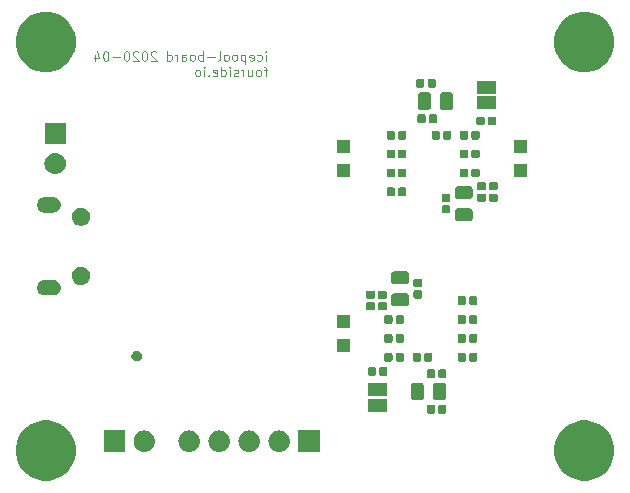
<source format=gbr>
G04 #@! TF.GenerationSoftware,KiCad,Pcbnew,(5.1.4)-1*
G04 #@! TF.CreationDate,2020-12-21T21:32:16-05:00*
G04 #@! TF.ProjectId,icepool-board,69636570-6f6f-46c2-9d62-6f6172642e6b,2020-04*
G04 #@! TF.SameCoordinates,Original*
G04 #@! TF.FileFunction,Soldermask,Bot*
G04 #@! TF.FilePolarity,Negative*
%FSLAX46Y46*%
G04 Gerber Fmt 4.6, Leading zero omitted, Abs format (unit mm)*
G04 Created by KiCad (PCBNEW (5.1.4)-1) date 2020-12-21 21:32:16*
%MOMM*%
%LPD*%
G04 APERTURE LIST*
%ADD10C,0.100000*%
G04 APERTURE END LIST*
D10*
X45344523Y-54311904D02*
X45344523Y-53778571D01*
X45344523Y-53511904D02*
X45382619Y-53550000D01*
X45344523Y-53588095D01*
X45306428Y-53550000D01*
X45344523Y-53511904D01*
X45344523Y-53588095D01*
X44620714Y-54273809D02*
X44696904Y-54311904D01*
X44849285Y-54311904D01*
X44925476Y-54273809D01*
X44963571Y-54235714D01*
X45001666Y-54159523D01*
X45001666Y-53930952D01*
X44963571Y-53854761D01*
X44925476Y-53816666D01*
X44849285Y-53778571D01*
X44696904Y-53778571D01*
X44620714Y-53816666D01*
X43973095Y-54273809D02*
X44049285Y-54311904D01*
X44201666Y-54311904D01*
X44277857Y-54273809D01*
X44315952Y-54197619D01*
X44315952Y-53892857D01*
X44277857Y-53816666D01*
X44201666Y-53778571D01*
X44049285Y-53778571D01*
X43973095Y-53816666D01*
X43935000Y-53892857D01*
X43935000Y-53969047D01*
X44315952Y-54045238D01*
X43592142Y-53778571D02*
X43592142Y-54578571D01*
X43592142Y-53816666D02*
X43515952Y-53778571D01*
X43363571Y-53778571D01*
X43287380Y-53816666D01*
X43249285Y-53854761D01*
X43211190Y-53930952D01*
X43211190Y-54159523D01*
X43249285Y-54235714D01*
X43287380Y-54273809D01*
X43363571Y-54311904D01*
X43515952Y-54311904D01*
X43592142Y-54273809D01*
X42754047Y-54311904D02*
X42830238Y-54273809D01*
X42868333Y-54235714D01*
X42906428Y-54159523D01*
X42906428Y-53930952D01*
X42868333Y-53854761D01*
X42830238Y-53816666D01*
X42754047Y-53778571D01*
X42639761Y-53778571D01*
X42563571Y-53816666D01*
X42525476Y-53854761D01*
X42487380Y-53930952D01*
X42487380Y-54159523D01*
X42525476Y-54235714D01*
X42563571Y-54273809D01*
X42639761Y-54311904D01*
X42754047Y-54311904D01*
X42030238Y-54311904D02*
X42106428Y-54273809D01*
X42144523Y-54235714D01*
X42182619Y-54159523D01*
X42182619Y-53930952D01*
X42144523Y-53854761D01*
X42106428Y-53816666D01*
X42030238Y-53778571D01*
X41915952Y-53778571D01*
X41839761Y-53816666D01*
X41801666Y-53854761D01*
X41763571Y-53930952D01*
X41763571Y-54159523D01*
X41801666Y-54235714D01*
X41839761Y-54273809D01*
X41915952Y-54311904D01*
X42030238Y-54311904D01*
X41306428Y-54311904D02*
X41382619Y-54273809D01*
X41420714Y-54197619D01*
X41420714Y-53511904D01*
X41001666Y-54007142D02*
X40392142Y-54007142D01*
X40011190Y-54311904D02*
X40011190Y-53511904D01*
X40011190Y-53816666D02*
X39935000Y-53778571D01*
X39782619Y-53778571D01*
X39706428Y-53816666D01*
X39668333Y-53854761D01*
X39630238Y-53930952D01*
X39630238Y-54159523D01*
X39668333Y-54235714D01*
X39706428Y-54273809D01*
X39782619Y-54311904D01*
X39935000Y-54311904D01*
X40011190Y-54273809D01*
X39173095Y-54311904D02*
X39249285Y-54273809D01*
X39287380Y-54235714D01*
X39325476Y-54159523D01*
X39325476Y-53930952D01*
X39287380Y-53854761D01*
X39249285Y-53816666D01*
X39173095Y-53778571D01*
X39058809Y-53778571D01*
X38982619Y-53816666D01*
X38944523Y-53854761D01*
X38906428Y-53930952D01*
X38906428Y-54159523D01*
X38944523Y-54235714D01*
X38982619Y-54273809D01*
X39058809Y-54311904D01*
X39173095Y-54311904D01*
X38220714Y-54311904D02*
X38220714Y-53892857D01*
X38258809Y-53816666D01*
X38335000Y-53778571D01*
X38487380Y-53778571D01*
X38563571Y-53816666D01*
X38220714Y-54273809D02*
X38296904Y-54311904D01*
X38487380Y-54311904D01*
X38563571Y-54273809D01*
X38601666Y-54197619D01*
X38601666Y-54121428D01*
X38563571Y-54045238D01*
X38487380Y-54007142D01*
X38296904Y-54007142D01*
X38220714Y-53969047D01*
X37839761Y-54311904D02*
X37839761Y-53778571D01*
X37839761Y-53930952D02*
X37801666Y-53854761D01*
X37763571Y-53816666D01*
X37687380Y-53778571D01*
X37611190Y-53778571D01*
X37001666Y-54311904D02*
X37001666Y-53511904D01*
X37001666Y-54273809D02*
X37077857Y-54311904D01*
X37230238Y-54311904D01*
X37306428Y-54273809D01*
X37344523Y-54235714D01*
X37382619Y-54159523D01*
X37382619Y-53930952D01*
X37344523Y-53854761D01*
X37306428Y-53816666D01*
X37230238Y-53778571D01*
X37077857Y-53778571D01*
X37001666Y-53816666D01*
X36049285Y-53588095D02*
X36011190Y-53550000D01*
X35935000Y-53511904D01*
X35744523Y-53511904D01*
X35668333Y-53550000D01*
X35630238Y-53588095D01*
X35592142Y-53664285D01*
X35592142Y-53740476D01*
X35630238Y-53854761D01*
X36087380Y-54311904D01*
X35592142Y-54311904D01*
X35096904Y-53511904D02*
X35020714Y-53511904D01*
X34944523Y-53550000D01*
X34906428Y-53588095D01*
X34868333Y-53664285D01*
X34830238Y-53816666D01*
X34830238Y-54007142D01*
X34868333Y-54159523D01*
X34906428Y-54235714D01*
X34944523Y-54273809D01*
X35020714Y-54311904D01*
X35096904Y-54311904D01*
X35173095Y-54273809D01*
X35211190Y-54235714D01*
X35249285Y-54159523D01*
X35287380Y-54007142D01*
X35287380Y-53816666D01*
X35249285Y-53664285D01*
X35211190Y-53588095D01*
X35173095Y-53550000D01*
X35096904Y-53511904D01*
X34525476Y-53588095D02*
X34487380Y-53550000D01*
X34411190Y-53511904D01*
X34220714Y-53511904D01*
X34144523Y-53550000D01*
X34106428Y-53588095D01*
X34068333Y-53664285D01*
X34068333Y-53740476D01*
X34106428Y-53854761D01*
X34563571Y-54311904D01*
X34068333Y-54311904D01*
X33573095Y-53511904D02*
X33496904Y-53511904D01*
X33420714Y-53550000D01*
X33382619Y-53588095D01*
X33344523Y-53664285D01*
X33306428Y-53816666D01*
X33306428Y-54007142D01*
X33344523Y-54159523D01*
X33382619Y-54235714D01*
X33420714Y-54273809D01*
X33496904Y-54311904D01*
X33573095Y-54311904D01*
X33649285Y-54273809D01*
X33687380Y-54235714D01*
X33725476Y-54159523D01*
X33763571Y-54007142D01*
X33763571Y-53816666D01*
X33725476Y-53664285D01*
X33687380Y-53588095D01*
X33649285Y-53550000D01*
X33573095Y-53511904D01*
X32963571Y-54007142D02*
X32354047Y-54007142D01*
X31820714Y-53511904D02*
X31744523Y-53511904D01*
X31668333Y-53550000D01*
X31630238Y-53588095D01*
X31592142Y-53664285D01*
X31554047Y-53816666D01*
X31554047Y-54007142D01*
X31592142Y-54159523D01*
X31630238Y-54235714D01*
X31668333Y-54273809D01*
X31744523Y-54311904D01*
X31820714Y-54311904D01*
X31896904Y-54273809D01*
X31935000Y-54235714D01*
X31973095Y-54159523D01*
X32011190Y-54007142D01*
X32011190Y-53816666D01*
X31973095Y-53664285D01*
X31935000Y-53588095D01*
X31896904Y-53550000D01*
X31820714Y-53511904D01*
X30868333Y-53778571D02*
X30868333Y-54311904D01*
X31058809Y-53473809D02*
X31249285Y-54045238D01*
X30754047Y-54045238D01*
X45458809Y-55078571D02*
X45154047Y-55078571D01*
X45344523Y-55611904D02*
X45344523Y-54926190D01*
X45306428Y-54850000D01*
X45230238Y-54811904D01*
X45154047Y-54811904D01*
X44773095Y-55611904D02*
X44849285Y-55573809D01*
X44887380Y-55535714D01*
X44925476Y-55459523D01*
X44925476Y-55230952D01*
X44887380Y-55154761D01*
X44849285Y-55116666D01*
X44773095Y-55078571D01*
X44658809Y-55078571D01*
X44582619Y-55116666D01*
X44544523Y-55154761D01*
X44506428Y-55230952D01*
X44506428Y-55459523D01*
X44544523Y-55535714D01*
X44582619Y-55573809D01*
X44658809Y-55611904D01*
X44773095Y-55611904D01*
X43820714Y-55078571D02*
X43820714Y-55611904D01*
X44163571Y-55078571D02*
X44163571Y-55497619D01*
X44125476Y-55573809D01*
X44049285Y-55611904D01*
X43935000Y-55611904D01*
X43858809Y-55573809D01*
X43820714Y-55535714D01*
X43439761Y-55611904D02*
X43439761Y-55078571D01*
X43439761Y-55230952D02*
X43401666Y-55154761D01*
X43363571Y-55116666D01*
X43287380Y-55078571D01*
X43211190Y-55078571D01*
X42982619Y-55573809D02*
X42906428Y-55611904D01*
X42754047Y-55611904D01*
X42677857Y-55573809D01*
X42639761Y-55497619D01*
X42639761Y-55459523D01*
X42677857Y-55383333D01*
X42754047Y-55345238D01*
X42868333Y-55345238D01*
X42944523Y-55307142D01*
X42982619Y-55230952D01*
X42982619Y-55192857D01*
X42944523Y-55116666D01*
X42868333Y-55078571D01*
X42754047Y-55078571D01*
X42677857Y-55116666D01*
X42296904Y-55611904D02*
X42296904Y-55078571D01*
X42296904Y-54811904D02*
X42335000Y-54850000D01*
X42296904Y-54888095D01*
X42258809Y-54850000D01*
X42296904Y-54811904D01*
X42296904Y-54888095D01*
X41573095Y-55611904D02*
X41573095Y-54811904D01*
X41573095Y-55573809D02*
X41649285Y-55611904D01*
X41801666Y-55611904D01*
X41877857Y-55573809D01*
X41915952Y-55535714D01*
X41954047Y-55459523D01*
X41954047Y-55230952D01*
X41915952Y-55154761D01*
X41877857Y-55116666D01*
X41801666Y-55078571D01*
X41649285Y-55078571D01*
X41573095Y-55116666D01*
X40887380Y-55573809D02*
X40963571Y-55611904D01*
X41115952Y-55611904D01*
X41192142Y-55573809D01*
X41230238Y-55497619D01*
X41230238Y-55192857D01*
X41192142Y-55116666D01*
X41115952Y-55078571D01*
X40963571Y-55078571D01*
X40887380Y-55116666D01*
X40849285Y-55192857D01*
X40849285Y-55269047D01*
X41230238Y-55345238D01*
X40506428Y-55535714D02*
X40468333Y-55573809D01*
X40506428Y-55611904D01*
X40544523Y-55573809D01*
X40506428Y-55535714D01*
X40506428Y-55611904D01*
X40125476Y-55611904D02*
X40125476Y-55078571D01*
X40125476Y-54811904D02*
X40163571Y-54850000D01*
X40125476Y-54888095D01*
X40087380Y-54850000D01*
X40125476Y-54811904D01*
X40125476Y-54888095D01*
X39630238Y-55611904D02*
X39706428Y-55573809D01*
X39744523Y-55535714D01*
X39782619Y-55459523D01*
X39782619Y-55230952D01*
X39744523Y-55154761D01*
X39706428Y-55116666D01*
X39630238Y-55078571D01*
X39515952Y-55078571D01*
X39439761Y-55116666D01*
X39401666Y-55154761D01*
X39363571Y-55230952D01*
X39363571Y-55459523D01*
X39401666Y-55535714D01*
X39439761Y-55573809D01*
X39515952Y-55611904D01*
X39630238Y-55611904D01*
G36*
X73044041Y-84847226D02*
G01*
X73508257Y-85039510D01*
X73926042Y-85318665D01*
X74281335Y-85673958D01*
X74560490Y-86091743D01*
X74752774Y-86555959D01*
X74850800Y-87048768D01*
X74850800Y-87551232D01*
X74752774Y-88044041D01*
X74560490Y-88508257D01*
X74281335Y-88926042D01*
X73926042Y-89281335D01*
X73508257Y-89560490D01*
X73044041Y-89752774D01*
X72551232Y-89850800D01*
X72048768Y-89850800D01*
X71555959Y-89752774D01*
X71091743Y-89560490D01*
X70673958Y-89281335D01*
X70318665Y-88926042D01*
X70039510Y-88508257D01*
X69847226Y-88044041D01*
X69749200Y-87551232D01*
X69749200Y-87048768D01*
X69847226Y-86555959D01*
X70039510Y-86091743D01*
X70318665Y-85673958D01*
X70673958Y-85318665D01*
X71091743Y-85039510D01*
X71555959Y-84847226D01*
X72048768Y-84749200D01*
X72551232Y-84749200D01*
X73044041Y-84847226D01*
X73044041Y-84847226D01*
G37*
G36*
X27444041Y-84847226D02*
G01*
X27908257Y-85039510D01*
X28326042Y-85318665D01*
X28681335Y-85673958D01*
X28960490Y-86091743D01*
X29152774Y-86555959D01*
X29250800Y-87048768D01*
X29250800Y-87551232D01*
X29152774Y-88044041D01*
X28960490Y-88508257D01*
X28681335Y-88926042D01*
X28326042Y-89281335D01*
X27908257Y-89560490D01*
X27444041Y-89752774D01*
X26951232Y-89850800D01*
X26448768Y-89850800D01*
X25955959Y-89752774D01*
X25491743Y-89560490D01*
X25073958Y-89281335D01*
X24718665Y-88926042D01*
X24439510Y-88508257D01*
X24247226Y-88044041D01*
X24149200Y-87551232D01*
X24149200Y-87048768D01*
X24247226Y-86555959D01*
X24439510Y-86091743D01*
X24718665Y-85673958D01*
X25073958Y-85318665D01*
X25491743Y-85039510D01*
X25955959Y-84847226D01*
X26448768Y-84749200D01*
X26951232Y-84749200D01*
X27444041Y-84847226D01*
X27444041Y-84847226D01*
G37*
G36*
X33400800Y-87400800D02*
G01*
X31599200Y-87400800D01*
X31599200Y-85599200D01*
X33400800Y-85599200D01*
X33400800Y-87400800D01*
X33400800Y-87400800D01*
G37*
G36*
X35216584Y-85612233D02*
G01*
X35216587Y-85612234D01*
X35216588Y-85612234D01*
X35386389Y-85663743D01*
X35433861Y-85689117D01*
X35542881Y-85747389D01*
X35680044Y-85859956D01*
X35792611Y-85997119D01*
X35843188Y-86091743D01*
X35876257Y-86153611D01*
X35908998Y-86261543D01*
X35927767Y-86323416D01*
X35945159Y-86500000D01*
X35927767Y-86676584D01*
X35927766Y-86676587D01*
X35927766Y-86676588D01*
X35876257Y-86846389D01*
X35850883Y-86893861D01*
X35792611Y-87002881D01*
X35680044Y-87140044D01*
X35542881Y-87252611D01*
X35433861Y-87310883D01*
X35386389Y-87336257D01*
X35216588Y-87387766D01*
X35216587Y-87387766D01*
X35216584Y-87387767D01*
X35084255Y-87400800D01*
X34995745Y-87400800D01*
X34863416Y-87387767D01*
X34863413Y-87387766D01*
X34863412Y-87387766D01*
X34693611Y-87336257D01*
X34646139Y-87310883D01*
X34537119Y-87252611D01*
X34399956Y-87140044D01*
X34287389Y-87002881D01*
X34229117Y-86893861D01*
X34203743Y-86846389D01*
X34152234Y-86676588D01*
X34152234Y-86676587D01*
X34152233Y-86676584D01*
X34134841Y-86500000D01*
X34152233Y-86323416D01*
X34171002Y-86261543D01*
X34203743Y-86153611D01*
X34236812Y-86091743D01*
X34287389Y-85997119D01*
X34399956Y-85859956D01*
X34537119Y-85747389D01*
X34646139Y-85689117D01*
X34693611Y-85663743D01*
X34863412Y-85612234D01*
X34863413Y-85612234D01*
X34863416Y-85612233D01*
X34995745Y-85599200D01*
X35084255Y-85599200D01*
X35216584Y-85612233D01*
X35216584Y-85612233D01*
G37*
G36*
X49900800Y-87400800D02*
G01*
X48099200Y-87400800D01*
X48099200Y-85599200D01*
X49900800Y-85599200D01*
X49900800Y-87400800D01*
X49900800Y-87400800D01*
G37*
G36*
X46636584Y-85612233D02*
G01*
X46636587Y-85612234D01*
X46636588Y-85612234D01*
X46806389Y-85663743D01*
X46853861Y-85689117D01*
X46962881Y-85747389D01*
X47100044Y-85859956D01*
X47212611Y-85997119D01*
X47263188Y-86091743D01*
X47296257Y-86153611D01*
X47328998Y-86261543D01*
X47347767Y-86323416D01*
X47365159Y-86500000D01*
X47347767Y-86676584D01*
X47347766Y-86676587D01*
X47347766Y-86676588D01*
X47296257Y-86846389D01*
X47270883Y-86893861D01*
X47212611Y-87002881D01*
X47100044Y-87140044D01*
X46962881Y-87252611D01*
X46853861Y-87310883D01*
X46806389Y-87336257D01*
X46636588Y-87387766D01*
X46636587Y-87387766D01*
X46636584Y-87387767D01*
X46504255Y-87400800D01*
X46415745Y-87400800D01*
X46283416Y-87387767D01*
X46283413Y-87387766D01*
X46283412Y-87387766D01*
X46113611Y-87336257D01*
X46066139Y-87310883D01*
X45957119Y-87252611D01*
X45819956Y-87140044D01*
X45707389Y-87002881D01*
X45649117Y-86893861D01*
X45623743Y-86846389D01*
X45572234Y-86676588D01*
X45572234Y-86676587D01*
X45572233Y-86676584D01*
X45554841Y-86500000D01*
X45572233Y-86323416D01*
X45591002Y-86261543D01*
X45623743Y-86153611D01*
X45656812Y-86091743D01*
X45707389Y-85997119D01*
X45819956Y-85859956D01*
X45957119Y-85747389D01*
X46066139Y-85689117D01*
X46113611Y-85663743D01*
X46283412Y-85612234D01*
X46283413Y-85612234D01*
X46283416Y-85612233D01*
X46415745Y-85599200D01*
X46504255Y-85599200D01*
X46636584Y-85612233D01*
X46636584Y-85612233D01*
G37*
G36*
X44096584Y-85612233D02*
G01*
X44096587Y-85612234D01*
X44096588Y-85612234D01*
X44266389Y-85663743D01*
X44313861Y-85689117D01*
X44422881Y-85747389D01*
X44560044Y-85859956D01*
X44672611Y-85997119D01*
X44723188Y-86091743D01*
X44756257Y-86153611D01*
X44788998Y-86261543D01*
X44807767Y-86323416D01*
X44825159Y-86500000D01*
X44807767Y-86676584D01*
X44807766Y-86676587D01*
X44807766Y-86676588D01*
X44756257Y-86846389D01*
X44730883Y-86893861D01*
X44672611Y-87002881D01*
X44560044Y-87140044D01*
X44422881Y-87252611D01*
X44313861Y-87310883D01*
X44266389Y-87336257D01*
X44096588Y-87387766D01*
X44096587Y-87387766D01*
X44096584Y-87387767D01*
X43964255Y-87400800D01*
X43875745Y-87400800D01*
X43743416Y-87387767D01*
X43743413Y-87387766D01*
X43743412Y-87387766D01*
X43573611Y-87336257D01*
X43526139Y-87310883D01*
X43417119Y-87252611D01*
X43279956Y-87140044D01*
X43167389Y-87002881D01*
X43109117Y-86893861D01*
X43083743Y-86846389D01*
X43032234Y-86676588D01*
X43032234Y-86676587D01*
X43032233Y-86676584D01*
X43014841Y-86500000D01*
X43032233Y-86323416D01*
X43051002Y-86261543D01*
X43083743Y-86153611D01*
X43116812Y-86091743D01*
X43167389Y-85997119D01*
X43279956Y-85859956D01*
X43417119Y-85747389D01*
X43526139Y-85689117D01*
X43573611Y-85663743D01*
X43743412Y-85612234D01*
X43743413Y-85612234D01*
X43743416Y-85612233D01*
X43875745Y-85599200D01*
X43964255Y-85599200D01*
X44096584Y-85612233D01*
X44096584Y-85612233D01*
G37*
G36*
X39016584Y-85612233D02*
G01*
X39016587Y-85612234D01*
X39016588Y-85612234D01*
X39186389Y-85663743D01*
X39233861Y-85689117D01*
X39342881Y-85747389D01*
X39480044Y-85859956D01*
X39592611Y-85997119D01*
X39643188Y-86091743D01*
X39676257Y-86153611D01*
X39708998Y-86261543D01*
X39727767Y-86323416D01*
X39745159Y-86500000D01*
X39727767Y-86676584D01*
X39727766Y-86676587D01*
X39727766Y-86676588D01*
X39676257Y-86846389D01*
X39650883Y-86893861D01*
X39592611Y-87002881D01*
X39480044Y-87140044D01*
X39342881Y-87252611D01*
X39233861Y-87310883D01*
X39186389Y-87336257D01*
X39016588Y-87387766D01*
X39016587Y-87387766D01*
X39016584Y-87387767D01*
X38884255Y-87400800D01*
X38795745Y-87400800D01*
X38663416Y-87387767D01*
X38663413Y-87387766D01*
X38663412Y-87387766D01*
X38493611Y-87336257D01*
X38446139Y-87310883D01*
X38337119Y-87252611D01*
X38199956Y-87140044D01*
X38087389Y-87002881D01*
X38029117Y-86893861D01*
X38003743Y-86846389D01*
X37952234Y-86676588D01*
X37952234Y-86676587D01*
X37952233Y-86676584D01*
X37934841Y-86500000D01*
X37952233Y-86323416D01*
X37971002Y-86261543D01*
X38003743Y-86153611D01*
X38036812Y-86091743D01*
X38087389Y-85997119D01*
X38199956Y-85859956D01*
X38337119Y-85747389D01*
X38446139Y-85689117D01*
X38493611Y-85663743D01*
X38663412Y-85612234D01*
X38663413Y-85612234D01*
X38663416Y-85612233D01*
X38795745Y-85599200D01*
X38884255Y-85599200D01*
X39016584Y-85612233D01*
X39016584Y-85612233D01*
G37*
G36*
X41556584Y-85612233D02*
G01*
X41556587Y-85612234D01*
X41556588Y-85612234D01*
X41726389Y-85663743D01*
X41773861Y-85689117D01*
X41882881Y-85747389D01*
X42020044Y-85859956D01*
X42132611Y-85997119D01*
X42183188Y-86091743D01*
X42216257Y-86153611D01*
X42248998Y-86261543D01*
X42267767Y-86323416D01*
X42285159Y-86500000D01*
X42267767Y-86676584D01*
X42267766Y-86676587D01*
X42267766Y-86676588D01*
X42216257Y-86846389D01*
X42190883Y-86893861D01*
X42132611Y-87002881D01*
X42020044Y-87140044D01*
X41882881Y-87252611D01*
X41773861Y-87310883D01*
X41726389Y-87336257D01*
X41556588Y-87387766D01*
X41556587Y-87387766D01*
X41556584Y-87387767D01*
X41424255Y-87400800D01*
X41335745Y-87400800D01*
X41203416Y-87387767D01*
X41203413Y-87387766D01*
X41203412Y-87387766D01*
X41033611Y-87336257D01*
X40986139Y-87310883D01*
X40877119Y-87252611D01*
X40739956Y-87140044D01*
X40627389Y-87002881D01*
X40569117Y-86893861D01*
X40543743Y-86846389D01*
X40492234Y-86676588D01*
X40492234Y-86676587D01*
X40492233Y-86676584D01*
X40474841Y-86500000D01*
X40492233Y-86323416D01*
X40511002Y-86261543D01*
X40543743Y-86153611D01*
X40576812Y-86091743D01*
X40627389Y-85997119D01*
X40739956Y-85859956D01*
X40877119Y-85747389D01*
X40986139Y-85689117D01*
X41033611Y-85663743D01*
X41203412Y-85612234D01*
X41203413Y-85612234D01*
X41203416Y-85612233D01*
X41335745Y-85599200D01*
X41424255Y-85599200D01*
X41556584Y-85612233D01*
X41556584Y-85612233D01*
G37*
G36*
X59542027Y-83432275D02*
G01*
X59569650Y-83440654D01*
X59595113Y-83454264D01*
X59617425Y-83472575D01*
X59635736Y-83494887D01*
X59649346Y-83520350D01*
X59657725Y-83547973D01*
X59660800Y-83579191D01*
X59660800Y-84020809D01*
X59657725Y-84052027D01*
X59649346Y-84079650D01*
X59635736Y-84105113D01*
X59617425Y-84127425D01*
X59595113Y-84145736D01*
X59569650Y-84159346D01*
X59542027Y-84167725D01*
X59510809Y-84170800D01*
X59119191Y-84170800D01*
X59087973Y-84167725D01*
X59060350Y-84159346D01*
X59034887Y-84145736D01*
X59012575Y-84127425D01*
X58994264Y-84105113D01*
X58980654Y-84079650D01*
X58972275Y-84052027D01*
X58969200Y-84020809D01*
X58969200Y-83579191D01*
X58972275Y-83547973D01*
X58980654Y-83520350D01*
X58994264Y-83494887D01*
X59012575Y-83472575D01*
X59034887Y-83454264D01*
X59060350Y-83440654D01*
X59087973Y-83432275D01*
X59119191Y-83429200D01*
X59510809Y-83429200D01*
X59542027Y-83432275D01*
X59542027Y-83432275D01*
G37*
G36*
X60512027Y-83432275D02*
G01*
X60539650Y-83440654D01*
X60565113Y-83454264D01*
X60587425Y-83472575D01*
X60605736Y-83494887D01*
X60619346Y-83520350D01*
X60627725Y-83547973D01*
X60630800Y-83579191D01*
X60630800Y-84020809D01*
X60627725Y-84052027D01*
X60619346Y-84079650D01*
X60605736Y-84105113D01*
X60587425Y-84127425D01*
X60565113Y-84145736D01*
X60539650Y-84159346D01*
X60512027Y-84167725D01*
X60480809Y-84170800D01*
X60089191Y-84170800D01*
X60057973Y-84167725D01*
X60030350Y-84159346D01*
X60004887Y-84145736D01*
X59982575Y-84127425D01*
X59964264Y-84105113D01*
X59950654Y-84079650D01*
X59942275Y-84052027D01*
X59939200Y-84020809D01*
X59939200Y-83579191D01*
X59942275Y-83547973D01*
X59950654Y-83520350D01*
X59964264Y-83494887D01*
X59982575Y-83472575D01*
X60004887Y-83454264D01*
X60030350Y-83440654D01*
X60057973Y-83432275D01*
X60089191Y-83429200D01*
X60480809Y-83429200D01*
X60512027Y-83432275D01*
X60512027Y-83432275D01*
G37*
G36*
X55600800Y-84000800D02*
G01*
X53999200Y-84000800D01*
X53999200Y-82899200D01*
X55600800Y-82899200D01*
X55600800Y-84000800D01*
X55600800Y-84000800D01*
G37*
G36*
X60379552Y-81554124D02*
G01*
X60425237Y-81567982D01*
X60467333Y-81590483D01*
X60504234Y-81620766D01*
X60534517Y-81657667D01*
X60557018Y-81699763D01*
X60570876Y-81745448D01*
X60575800Y-81795442D01*
X60575800Y-82804558D01*
X60570876Y-82854552D01*
X60557018Y-82900237D01*
X60534517Y-82942333D01*
X60504234Y-82979234D01*
X60467333Y-83009517D01*
X60425237Y-83032018D01*
X60379552Y-83045876D01*
X60329558Y-83050800D01*
X59745442Y-83050800D01*
X59695448Y-83045876D01*
X59649763Y-83032018D01*
X59607667Y-83009517D01*
X59570766Y-82979234D01*
X59540483Y-82942333D01*
X59517982Y-82900237D01*
X59504124Y-82854552D01*
X59499200Y-82804558D01*
X59499200Y-81795442D01*
X59504124Y-81745448D01*
X59517982Y-81699763D01*
X59540483Y-81657667D01*
X59570766Y-81620766D01*
X59607667Y-81590483D01*
X59649763Y-81567982D01*
X59695448Y-81554124D01*
X59745442Y-81549200D01*
X60329558Y-81549200D01*
X60379552Y-81554124D01*
X60379552Y-81554124D01*
G37*
G36*
X58504552Y-81554124D02*
G01*
X58550237Y-81567982D01*
X58592333Y-81590483D01*
X58629234Y-81620766D01*
X58659517Y-81657667D01*
X58682018Y-81699763D01*
X58695876Y-81745448D01*
X58700800Y-81795442D01*
X58700800Y-82804558D01*
X58695876Y-82854552D01*
X58682018Y-82900237D01*
X58659517Y-82942333D01*
X58629234Y-82979234D01*
X58592333Y-83009517D01*
X58550237Y-83032018D01*
X58504552Y-83045876D01*
X58454558Y-83050800D01*
X57870442Y-83050800D01*
X57820448Y-83045876D01*
X57774763Y-83032018D01*
X57732667Y-83009517D01*
X57695766Y-82979234D01*
X57665483Y-82942333D01*
X57642982Y-82900237D01*
X57629124Y-82854552D01*
X57624200Y-82804558D01*
X57624200Y-81795442D01*
X57629124Y-81745448D01*
X57642982Y-81699763D01*
X57665483Y-81657667D01*
X57695766Y-81620766D01*
X57732667Y-81590483D01*
X57774763Y-81567982D01*
X57820448Y-81554124D01*
X57870442Y-81549200D01*
X58454558Y-81549200D01*
X58504552Y-81554124D01*
X58504552Y-81554124D01*
G37*
G36*
X55600800Y-82700800D02*
G01*
X53999200Y-82700800D01*
X53999200Y-81599200D01*
X55600800Y-81599200D01*
X55600800Y-82700800D01*
X55600800Y-82700800D01*
G37*
G36*
X60512027Y-80432275D02*
G01*
X60539650Y-80440654D01*
X60565113Y-80454264D01*
X60587425Y-80472575D01*
X60605736Y-80494887D01*
X60619346Y-80520350D01*
X60627725Y-80547973D01*
X60630800Y-80579191D01*
X60630800Y-81020809D01*
X60627725Y-81052027D01*
X60619346Y-81079650D01*
X60605736Y-81105113D01*
X60587425Y-81127425D01*
X60565113Y-81145736D01*
X60539650Y-81159346D01*
X60512027Y-81167725D01*
X60480809Y-81170800D01*
X60089191Y-81170800D01*
X60057973Y-81167725D01*
X60030350Y-81159346D01*
X60004887Y-81145736D01*
X59982575Y-81127425D01*
X59964264Y-81105113D01*
X59950654Y-81079650D01*
X59942275Y-81052027D01*
X59939200Y-81020809D01*
X59939200Y-80579191D01*
X59942275Y-80547973D01*
X59950654Y-80520350D01*
X59964264Y-80494887D01*
X59982575Y-80472575D01*
X60004887Y-80454264D01*
X60030350Y-80440654D01*
X60057973Y-80432275D01*
X60089191Y-80429200D01*
X60480809Y-80429200D01*
X60512027Y-80432275D01*
X60512027Y-80432275D01*
G37*
G36*
X59542027Y-80432275D02*
G01*
X59569650Y-80440654D01*
X59595113Y-80454264D01*
X59617425Y-80472575D01*
X59635736Y-80494887D01*
X59649346Y-80520350D01*
X59657725Y-80547973D01*
X59660800Y-80579191D01*
X59660800Y-81020809D01*
X59657725Y-81052027D01*
X59649346Y-81079650D01*
X59635736Y-81105113D01*
X59617425Y-81127425D01*
X59595113Y-81145736D01*
X59569650Y-81159346D01*
X59542027Y-81167725D01*
X59510809Y-81170800D01*
X59119191Y-81170800D01*
X59087973Y-81167725D01*
X59060350Y-81159346D01*
X59034887Y-81145736D01*
X59012575Y-81127425D01*
X58994264Y-81105113D01*
X58980654Y-81079650D01*
X58972275Y-81052027D01*
X58969200Y-81020809D01*
X58969200Y-80579191D01*
X58972275Y-80547973D01*
X58980654Y-80520350D01*
X58994264Y-80494887D01*
X59012575Y-80472575D01*
X59034887Y-80454264D01*
X59060350Y-80440654D01*
X59087973Y-80432275D01*
X59119191Y-80429200D01*
X59510809Y-80429200D01*
X59542027Y-80432275D01*
X59542027Y-80432275D01*
G37*
G36*
X55512027Y-80232275D02*
G01*
X55539650Y-80240654D01*
X55565113Y-80254264D01*
X55587425Y-80272575D01*
X55605736Y-80294887D01*
X55619346Y-80320350D01*
X55627725Y-80347973D01*
X55630800Y-80379191D01*
X55630800Y-80820809D01*
X55627725Y-80852027D01*
X55619346Y-80879650D01*
X55605736Y-80905113D01*
X55587425Y-80927425D01*
X55565113Y-80945736D01*
X55539650Y-80959346D01*
X55512027Y-80967725D01*
X55480809Y-80970800D01*
X55089191Y-80970800D01*
X55057973Y-80967725D01*
X55030350Y-80959346D01*
X55004887Y-80945736D01*
X54982575Y-80927425D01*
X54964264Y-80905113D01*
X54950654Y-80879650D01*
X54942275Y-80852027D01*
X54939200Y-80820809D01*
X54939200Y-80379191D01*
X54942275Y-80347973D01*
X54950654Y-80320350D01*
X54964264Y-80294887D01*
X54982575Y-80272575D01*
X55004887Y-80254264D01*
X55030350Y-80240654D01*
X55057973Y-80232275D01*
X55089191Y-80229200D01*
X55480809Y-80229200D01*
X55512027Y-80232275D01*
X55512027Y-80232275D01*
G37*
G36*
X54542027Y-80232275D02*
G01*
X54569650Y-80240654D01*
X54595113Y-80254264D01*
X54617425Y-80272575D01*
X54635736Y-80294887D01*
X54649346Y-80320350D01*
X54657725Y-80347973D01*
X54660800Y-80379191D01*
X54660800Y-80820809D01*
X54657725Y-80852027D01*
X54649346Y-80879650D01*
X54635736Y-80905113D01*
X54617425Y-80927425D01*
X54595113Y-80945736D01*
X54569650Y-80959346D01*
X54542027Y-80967725D01*
X54510809Y-80970800D01*
X54119191Y-80970800D01*
X54087973Y-80967725D01*
X54060350Y-80959346D01*
X54034887Y-80945736D01*
X54012575Y-80927425D01*
X53994264Y-80905113D01*
X53980654Y-80879650D01*
X53972275Y-80852027D01*
X53969200Y-80820809D01*
X53969200Y-80379191D01*
X53972275Y-80347973D01*
X53980654Y-80320350D01*
X53994264Y-80294887D01*
X54012575Y-80272575D01*
X54034887Y-80254264D01*
X54060350Y-80240654D01*
X54087973Y-80232275D01*
X54119191Y-80229200D01*
X54510809Y-80229200D01*
X54542027Y-80232275D01*
X54542027Y-80232275D01*
G37*
G36*
X56912027Y-79032275D02*
G01*
X56939650Y-79040654D01*
X56965113Y-79054264D01*
X56987425Y-79072575D01*
X57005736Y-79094887D01*
X57019346Y-79120350D01*
X57027725Y-79147973D01*
X57030800Y-79179191D01*
X57030800Y-79620809D01*
X57027725Y-79652027D01*
X57019346Y-79679650D01*
X57005736Y-79705113D01*
X56987425Y-79727425D01*
X56965113Y-79745736D01*
X56939650Y-79759346D01*
X56912027Y-79767725D01*
X56880809Y-79770800D01*
X56489191Y-79770800D01*
X56457973Y-79767725D01*
X56430350Y-79759346D01*
X56404887Y-79745736D01*
X56382575Y-79727425D01*
X56364264Y-79705113D01*
X56350654Y-79679650D01*
X56342275Y-79652027D01*
X56339200Y-79620809D01*
X56339200Y-79179191D01*
X56342275Y-79147973D01*
X56350654Y-79120350D01*
X56364264Y-79094887D01*
X56382575Y-79072575D01*
X56404887Y-79054264D01*
X56430350Y-79040654D01*
X56457973Y-79032275D01*
X56489191Y-79029200D01*
X56880809Y-79029200D01*
X56912027Y-79032275D01*
X56912027Y-79032275D01*
G37*
G36*
X58342027Y-79032275D02*
G01*
X58369650Y-79040654D01*
X58395113Y-79054264D01*
X58417425Y-79072575D01*
X58435736Y-79094887D01*
X58449346Y-79120350D01*
X58457725Y-79147973D01*
X58460800Y-79179191D01*
X58460800Y-79620809D01*
X58457725Y-79652027D01*
X58449346Y-79679650D01*
X58435736Y-79705113D01*
X58417425Y-79727425D01*
X58395113Y-79745736D01*
X58369650Y-79759346D01*
X58342027Y-79767725D01*
X58310809Y-79770800D01*
X57919191Y-79770800D01*
X57887973Y-79767725D01*
X57860350Y-79759346D01*
X57834887Y-79745736D01*
X57812575Y-79727425D01*
X57794264Y-79705113D01*
X57780654Y-79679650D01*
X57772275Y-79652027D01*
X57769200Y-79620809D01*
X57769200Y-79179191D01*
X57772275Y-79147973D01*
X57780654Y-79120350D01*
X57794264Y-79094887D01*
X57812575Y-79072575D01*
X57834887Y-79054264D01*
X57860350Y-79040654D01*
X57887973Y-79032275D01*
X57919191Y-79029200D01*
X58310809Y-79029200D01*
X58342027Y-79032275D01*
X58342027Y-79032275D01*
G37*
G36*
X59312027Y-79032275D02*
G01*
X59339650Y-79040654D01*
X59365113Y-79054264D01*
X59387425Y-79072575D01*
X59405736Y-79094887D01*
X59419346Y-79120350D01*
X59427725Y-79147973D01*
X59430800Y-79179191D01*
X59430800Y-79620809D01*
X59427725Y-79652027D01*
X59419346Y-79679650D01*
X59405736Y-79705113D01*
X59387425Y-79727425D01*
X59365113Y-79745736D01*
X59339650Y-79759346D01*
X59312027Y-79767725D01*
X59280809Y-79770800D01*
X58889191Y-79770800D01*
X58857973Y-79767725D01*
X58830350Y-79759346D01*
X58804887Y-79745736D01*
X58782575Y-79727425D01*
X58764264Y-79705113D01*
X58750654Y-79679650D01*
X58742275Y-79652027D01*
X58739200Y-79620809D01*
X58739200Y-79179191D01*
X58742275Y-79147973D01*
X58750654Y-79120350D01*
X58764264Y-79094887D01*
X58782575Y-79072575D01*
X58804887Y-79054264D01*
X58830350Y-79040654D01*
X58857973Y-79032275D01*
X58889191Y-79029200D01*
X59280809Y-79029200D01*
X59312027Y-79032275D01*
X59312027Y-79032275D01*
G37*
G36*
X63112027Y-79032275D02*
G01*
X63139650Y-79040654D01*
X63165113Y-79054264D01*
X63187425Y-79072575D01*
X63205736Y-79094887D01*
X63219346Y-79120350D01*
X63227725Y-79147973D01*
X63230800Y-79179191D01*
X63230800Y-79620809D01*
X63227725Y-79652027D01*
X63219346Y-79679650D01*
X63205736Y-79705113D01*
X63187425Y-79727425D01*
X63165113Y-79745736D01*
X63139650Y-79759346D01*
X63112027Y-79767725D01*
X63080809Y-79770800D01*
X62689191Y-79770800D01*
X62657973Y-79767725D01*
X62630350Y-79759346D01*
X62604887Y-79745736D01*
X62582575Y-79727425D01*
X62564264Y-79705113D01*
X62550654Y-79679650D01*
X62542275Y-79652027D01*
X62539200Y-79620809D01*
X62539200Y-79179191D01*
X62542275Y-79147973D01*
X62550654Y-79120350D01*
X62564264Y-79094887D01*
X62582575Y-79072575D01*
X62604887Y-79054264D01*
X62630350Y-79040654D01*
X62657973Y-79032275D01*
X62689191Y-79029200D01*
X63080809Y-79029200D01*
X63112027Y-79032275D01*
X63112027Y-79032275D01*
G37*
G36*
X55942027Y-79032275D02*
G01*
X55969650Y-79040654D01*
X55995113Y-79054264D01*
X56017425Y-79072575D01*
X56035736Y-79094887D01*
X56049346Y-79120350D01*
X56057725Y-79147973D01*
X56060800Y-79179191D01*
X56060800Y-79620809D01*
X56057725Y-79652027D01*
X56049346Y-79679650D01*
X56035736Y-79705113D01*
X56017425Y-79727425D01*
X55995113Y-79745736D01*
X55969650Y-79759346D01*
X55942027Y-79767725D01*
X55910809Y-79770800D01*
X55519191Y-79770800D01*
X55487973Y-79767725D01*
X55460350Y-79759346D01*
X55434887Y-79745736D01*
X55412575Y-79727425D01*
X55394264Y-79705113D01*
X55380654Y-79679650D01*
X55372275Y-79652027D01*
X55369200Y-79620809D01*
X55369200Y-79179191D01*
X55372275Y-79147973D01*
X55380654Y-79120350D01*
X55394264Y-79094887D01*
X55412575Y-79072575D01*
X55434887Y-79054264D01*
X55460350Y-79040654D01*
X55487973Y-79032275D01*
X55519191Y-79029200D01*
X55910809Y-79029200D01*
X55942027Y-79032275D01*
X55942027Y-79032275D01*
G37*
G36*
X62142027Y-79032275D02*
G01*
X62169650Y-79040654D01*
X62195113Y-79054264D01*
X62217425Y-79072575D01*
X62235736Y-79094887D01*
X62249346Y-79120350D01*
X62257725Y-79147973D01*
X62260800Y-79179191D01*
X62260800Y-79620809D01*
X62257725Y-79652027D01*
X62249346Y-79679650D01*
X62235736Y-79705113D01*
X62217425Y-79727425D01*
X62195113Y-79745736D01*
X62169650Y-79759346D01*
X62142027Y-79767725D01*
X62110809Y-79770800D01*
X61719191Y-79770800D01*
X61687973Y-79767725D01*
X61660350Y-79759346D01*
X61634887Y-79745736D01*
X61612575Y-79727425D01*
X61594264Y-79705113D01*
X61580654Y-79679650D01*
X61572275Y-79652027D01*
X61569200Y-79620809D01*
X61569200Y-79179191D01*
X61572275Y-79147973D01*
X61580654Y-79120350D01*
X61594264Y-79094887D01*
X61612575Y-79072575D01*
X61634887Y-79054264D01*
X61660350Y-79040654D01*
X61687973Y-79032275D01*
X61719191Y-79029200D01*
X62110809Y-79029200D01*
X62142027Y-79032275D01*
X62142027Y-79032275D01*
G37*
G36*
X34531494Y-78866524D02*
G01*
X34613534Y-78900506D01*
X34662646Y-78933322D01*
X34687370Y-78949842D01*
X34750158Y-79012630D01*
X34750159Y-79012632D01*
X34799494Y-79086466D01*
X34833476Y-79168507D01*
X34850800Y-79255600D01*
X34850800Y-79344400D01*
X34833476Y-79431493D01*
X34799494Y-79513534D01*
X34766678Y-79562646D01*
X34750158Y-79587370D01*
X34687370Y-79650158D01*
X34666555Y-79664066D01*
X34613534Y-79699494D01*
X34599968Y-79705113D01*
X34531494Y-79733476D01*
X34444400Y-79750800D01*
X34355600Y-79750800D01*
X34268506Y-79733476D01*
X34200032Y-79705113D01*
X34186466Y-79699494D01*
X34133445Y-79664066D01*
X34112630Y-79650158D01*
X34049842Y-79587370D01*
X34033322Y-79562646D01*
X34000506Y-79513534D01*
X33966524Y-79431493D01*
X33949200Y-79344400D01*
X33949200Y-79255600D01*
X33966524Y-79168507D01*
X34000506Y-79086466D01*
X34049841Y-79012632D01*
X34049842Y-79012630D01*
X34112630Y-78949842D01*
X34137354Y-78933322D01*
X34186466Y-78900506D01*
X34268506Y-78866524D01*
X34355600Y-78849200D01*
X34444400Y-78849200D01*
X34531494Y-78866524D01*
X34531494Y-78866524D01*
G37*
G36*
X52450800Y-78950800D02*
G01*
X51349200Y-78950800D01*
X51349200Y-77849200D01*
X52450800Y-77849200D01*
X52450800Y-78950800D01*
X52450800Y-78950800D01*
G37*
G36*
X55942027Y-77432275D02*
G01*
X55969650Y-77440654D01*
X55995113Y-77454264D01*
X56017425Y-77472575D01*
X56035736Y-77494887D01*
X56049346Y-77520350D01*
X56057725Y-77547973D01*
X56060800Y-77579191D01*
X56060800Y-78020809D01*
X56057725Y-78052027D01*
X56049346Y-78079650D01*
X56035736Y-78105113D01*
X56017425Y-78127425D01*
X55995113Y-78145736D01*
X55969650Y-78159346D01*
X55942027Y-78167725D01*
X55910809Y-78170800D01*
X55519191Y-78170800D01*
X55487973Y-78167725D01*
X55460350Y-78159346D01*
X55434887Y-78145736D01*
X55412575Y-78127425D01*
X55394264Y-78105113D01*
X55380654Y-78079650D01*
X55372275Y-78052027D01*
X55369200Y-78020809D01*
X55369200Y-77579191D01*
X55372275Y-77547973D01*
X55380654Y-77520350D01*
X55394264Y-77494887D01*
X55412575Y-77472575D01*
X55434887Y-77454264D01*
X55460350Y-77440654D01*
X55487973Y-77432275D01*
X55519191Y-77429200D01*
X55910809Y-77429200D01*
X55942027Y-77432275D01*
X55942027Y-77432275D01*
G37*
G36*
X62142027Y-77432275D02*
G01*
X62169650Y-77440654D01*
X62195113Y-77454264D01*
X62217425Y-77472575D01*
X62235736Y-77494887D01*
X62249346Y-77520350D01*
X62257725Y-77547973D01*
X62260800Y-77579191D01*
X62260800Y-78020809D01*
X62257725Y-78052027D01*
X62249346Y-78079650D01*
X62235736Y-78105113D01*
X62217425Y-78127425D01*
X62195113Y-78145736D01*
X62169650Y-78159346D01*
X62142027Y-78167725D01*
X62110809Y-78170800D01*
X61719191Y-78170800D01*
X61687973Y-78167725D01*
X61660350Y-78159346D01*
X61634887Y-78145736D01*
X61612575Y-78127425D01*
X61594264Y-78105113D01*
X61580654Y-78079650D01*
X61572275Y-78052027D01*
X61569200Y-78020809D01*
X61569200Y-77579191D01*
X61572275Y-77547973D01*
X61580654Y-77520350D01*
X61594264Y-77494887D01*
X61612575Y-77472575D01*
X61634887Y-77454264D01*
X61660350Y-77440654D01*
X61687973Y-77432275D01*
X61719191Y-77429200D01*
X62110809Y-77429200D01*
X62142027Y-77432275D01*
X62142027Y-77432275D01*
G37*
G36*
X56912027Y-77432275D02*
G01*
X56939650Y-77440654D01*
X56965113Y-77454264D01*
X56987425Y-77472575D01*
X57005736Y-77494887D01*
X57019346Y-77520350D01*
X57027725Y-77547973D01*
X57030800Y-77579191D01*
X57030800Y-78020809D01*
X57027725Y-78052027D01*
X57019346Y-78079650D01*
X57005736Y-78105113D01*
X56987425Y-78127425D01*
X56965113Y-78145736D01*
X56939650Y-78159346D01*
X56912027Y-78167725D01*
X56880809Y-78170800D01*
X56489191Y-78170800D01*
X56457973Y-78167725D01*
X56430350Y-78159346D01*
X56404887Y-78145736D01*
X56382575Y-78127425D01*
X56364264Y-78105113D01*
X56350654Y-78079650D01*
X56342275Y-78052027D01*
X56339200Y-78020809D01*
X56339200Y-77579191D01*
X56342275Y-77547973D01*
X56350654Y-77520350D01*
X56364264Y-77494887D01*
X56382575Y-77472575D01*
X56404887Y-77454264D01*
X56430350Y-77440654D01*
X56457973Y-77432275D01*
X56489191Y-77429200D01*
X56880809Y-77429200D01*
X56912027Y-77432275D01*
X56912027Y-77432275D01*
G37*
G36*
X63112027Y-77432275D02*
G01*
X63139650Y-77440654D01*
X63165113Y-77454264D01*
X63187425Y-77472575D01*
X63205736Y-77494887D01*
X63219346Y-77520350D01*
X63227725Y-77547973D01*
X63230800Y-77579191D01*
X63230800Y-78020809D01*
X63227725Y-78052027D01*
X63219346Y-78079650D01*
X63205736Y-78105113D01*
X63187425Y-78127425D01*
X63165113Y-78145736D01*
X63139650Y-78159346D01*
X63112027Y-78167725D01*
X63080809Y-78170800D01*
X62689191Y-78170800D01*
X62657973Y-78167725D01*
X62630350Y-78159346D01*
X62604887Y-78145736D01*
X62582575Y-78127425D01*
X62564264Y-78105113D01*
X62550654Y-78079650D01*
X62542275Y-78052027D01*
X62539200Y-78020809D01*
X62539200Y-77579191D01*
X62542275Y-77547973D01*
X62550654Y-77520350D01*
X62564264Y-77494887D01*
X62582575Y-77472575D01*
X62604887Y-77454264D01*
X62630350Y-77440654D01*
X62657973Y-77432275D01*
X62689191Y-77429200D01*
X63080809Y-77429200D01*
X63112027Y-77432275D01*
X63112027Y-77432275D01*
G37*
G36*
X52450800Y-76950800D02*
G01*
X51349200Y-76950800D01*
X51349200Y-75849200D01*
X52450800Y-75849200D01*
X52450800Y-76950800D01*
X52450800Y-76950800D01*
G37*
G36*
X56912027Y-75832275D02*
G01*
X56939650Y-75840654D01*
X56965113Y-75854264D01*
X56987425Y-75872575D01*
X57005736Y-75894887D01*
X57019346Y-75920350D01*
X57027725Y-75947973D01*
X57030800Y-75979191D01*
X57030800Y-76420809D01*
X57027725Y-76452027D01*
X57019346Y-76479650D01*
X57005736Y-76505113D01*
X56987425Y-76527425D01*
X56965113Y-76545736D01*
X56939650Y-76559346D01*
X56912027Y-76567725D01*
X56880809Y-76570800D01*
X56489191Y-76570800D01*
X56457973Y-76567725D01*
X56430350Y-76559346D01*
X56404887Y-76545736D01*
X56382575Y-76527425D01*
X56364264Y-76505113D01*
X56350654Y-76479650D01*
X56342275Y-76452027D01*
X56339200Y-76420809D01*
X56339200Y-75979191D01*
X56342275Y-75947973D01*
X56350654Y-75920350D01*
X56364264Y-75894887D01*
X56382575Y-75872575D01*
X56404887Y-75854264D01*
X56430350Y-75840654D01*
X56457973Y-75832275D01*
X56489191Y-75829200D01*
X56880809Y-75829200D01*
X56912027Y-75832275D01*
X56912027Y-75832275D01*
G37*
G36*
X63112027Y-75832275D02*
G01*
X63139650Y-75840654D01*
X63165113Y-75854264D01*
X63187425Y-75872575D01*
X63205736Y-75894887D01*
X63219346Y-75920350D01*
X63227725Y-75947973D01*
X63230800Y-75979191D01*
X63230800Y-76420809D01*
X63227725Y-76452027D01*
X63219346Y-76479650D01*
X63205736Y-76505113D01*
X63187425Y-76527425D01*
X63165113Y-76545736D01*
X63139650Y-76559346D01*
X63112027Y-76567725D01*
X63080809Y-76570800D01*
X62689191Y-76570800D01*
X62657973Y-76567725D01*
X62630350Y-76559346D01*
X62604887Y-76545736D01*
X62582575Y-76527425D01*
X62564264Y-76505113D01*
X62550654Y-76479650D01*
X62542275Y-76452027D01*
X62539200Y-76420809D01*
X62539200Y-75979191D01*
X62542275Y-75947973D01*
X62550654Y-75920350D01*
X62564264Y-75894887D01*
X62582575Y-75872575D01*
X62604887Y-75854264D01*
X62630350Y-75840654D01*
X62657973Y-75832275D01*
X62689191Y-75829200D01*
X63080809Y-75829200D01*
X63112027Y-75832275D01*
X63112027Y-75832275D01*
G37*
G36*
X55942027Y-75832275D02*
G01*
X55969650Y-75840654D01*
X55995113Y-75854264D01*
X56017425Y-75872575D01*
X56035736Y-75894887D01*
X56049346Y-75920350D01*
X56057725Y-75947973D01*
X56060800Y-75979191D01*
X56060800Y-76420809D01*
X56057725Y-76452027D01*
X56049346Y-76479650D01*
X56035736Y-76505113D01*
X56017425Y-76527425D01*
X55995113Y-76545736D01*
X55969650Y-76559346D01*
X55942027Y-76567725D01*
X55910809Y-76570800D01*
X55519191Y-76570800D01*
X55487973Y-76567725D01*
X55460350Y-76559346D01*
X55434887Y-76545736D01*
X55412575Y-76527425D01*
X55394264Y-76505113D01*
X55380654Y-76479650D01*
X55372275Y-76452027D01*
X55369200Y-76420809D01*
X55369200Y-75979191D01*
X55372275Y-75947973D01*
X55380654Y-75920350D01*
X55394264Y-75894887D01*
X55412575Y-75872575D01*
X55434887Y-75854264D01*
X55460350Y-75840654D01*
X55487973Y-75832275D01*
X55519191Y-75829200D01*
X55910809Y-75829200D01*
X55942027Y-75832275D01*
X55942027Y-75832275D01*
G37*
G36*
X62142027Y-75832275D02*
G01*
X62169650Y-75840654D01*
X62195113Y-75854264D01*
X62217425Y-75872575D01*
X62235736Y-75894887D01*
X62249346Y-75920350D01*
X62257725Y-75947973D01*
X62260800Y-75979191D01*
X62260800Y-76420809D01*
X62257725Y-76452027D01*
X62249346Y-76479650D01*
X62235736Y-76505113D01*
X62217425Y-76527425D01*
X62195113Y-76545736D01*
X62169650Y-76559346D01*
X62142027Y-76567725D01*
X62110809Y-76570800D01*
X61719191Y-76570800D01*
X61687973Y-76567725D01*
X61660350Y-76559346D01*
X61634887Y-76545736D01*
X61612575Y-76527425D01*
X61594264Y-76505113D01*
X61580654Y-76479650D01*
X61572275Y-76452027D01*
X61569200Y-76420809D01*
X61569200Y-75979191D01*
X61572275Y-75947973D01*
X61580654Y-75920350D01*
X61594264Y-75894887D01*
X61612575Y-75872575D01*
X61634887Y-75854264D01*
X61660350Y-75840654D01*
X61687973Y-75832275D01*
X61719191Y-75829200D01*
X62110809Y-75829200D01*
X62142027Y-75832275D01*
X62142027Y-75832275D01*
G37*
G36*
X54452027Y-74742275D02*
G01*
X54479650Y-74750654D01*
X54505113Y-74764264D01*
X54527425Y-74782575D01*
X54545736Y-74804887D01*
X54559346Y-74830350D01*
X54567725Y-74857973D01*
X54570800Y-74889191D01*
X54570800Y-75280809D01*
X54567725Y-75312027D01*
X54559346Y-75339650D01*
X54545736Y-75365113D01*
X54527425Y-75387425D01*
X54505113Y-75405736D01*
X54479650Y-75419346D01*
X54452027Y-75427725D01*
X54420809Y-75430800D01*
X53979191Y-75430800D01*
X53947973Y-75427725D01*
X53920350Y-75419346D01*
X53894887Y-75405736D01*
X53872575Y-75387425D01*
X53854264Y-75365113D01*
X53840654Y-75339650D01*
X53832275Y-75312027D01*
X53829200Y-75280809D01*
X53829200Y-74889191D01*
X53832275Y-74857973D01*
X53840654Y-74830350D01*
X53854264Y-74804887D01*
X53872575Y-74782575D01*
X53894887Y-74764264D01*
X53920350Y-74750654D01*
X53947973Y-74742275D01*
X53979191Y-74739200D01*
X54420809Y-74739200D01*
X54452027Y-74742275D01*
X54452027Y-74742275D01*
G37*
G36*
X55452028Y-74742275D02*
G01*
X55479651Y-74750654D01*
X55505114Y-74764264D01*
X55527426Y-74782575D01*
X55545737Y-74804887D01*
X55559347Y-74830350D01*
X55567726Y-74857973D01*
X55570801Y-74889191D01*
X55570801Y-75280809D01*
X55567726Y-75312027D01*
X55559347Y-75339650D01*
X55545737Y-75365113D01*
X55527426Y-75387425D01*
X55505114Y-75405736D01*
X55479651Y-75419346D01*
X55452028Y-75427725D01*
X55420810Y-75430800D01*
X54979192Y-75430800D01*
X54947974Y-75427725D01*
X54920351Y-75419346D01*
X54894888Y-75405736D01*
X54872576Y-75387425D01*
X54854265Y-75365113D01*
X54840655Y-75339650D01*
X54832276Y-75312027D01*
X54829201Y-75280809D01*
X54829201Y-74889191D01*
X54832276Y-74857973D01*
X54840655Y-74830350D01*
X54854265Y-74804887D01*
X54872576Y-74782575D01*
X54894888Y-74764264D01*
X54920351Y-74750654D01*
X54947974Y-74742275D01*
X54979192Y-74739200D01*
X55420810Y-74739200D01*
X55452028Y-74742275D01*
X55452028Y-74742275D01*
G37*
G36*
X57254552Y-74004124D02*
G01*
X57300237Y-74017982D01*
X57342333Y-74040483D01*
X57379234Y-74070766D01*
X57409517Y-74107667D01*
X57432018Y-74149763D01*
X57445876Y-74195448D01*
X57450800Y-74245442D01*
X57450800Y-74829558D01*
X57445876Y-74879552D01*
X57432018Y-74925237D01*
X57409517Y-74967333D01*
X57379234Y-75004234D01*
X57342333Y-75034517D01*
X57300237Y-75057018D01*
X57254552Y-75070876D01*
X57204558Y-75075800D01*
X56195442Y-75075800D01*
X56145448Y-75070876D01*
X56099763Y-75057018D01*
X56057667Y-75034517D01*
X56020766Y-75004234D01*
X55990483Y-74967333D01*
X55967982Y-74925237D01*
X55954124Y-74879552D01*
X55949200Y-74829558D01*
X55949200Y-74245442D01*
X55954124Y-74195448D01*
X55967982Y-74149763D01*
X55990483Y-74107667D01*
X56020766Y-74070766D01*
X56057667Y-74040483D01*
X56099763Y-74017982D01*
X56145448Y-74004124D01*
X56195442Y-73999200D01*
X57204558Y-73999200D01*
X57254552Y-74004124D01*
X57254552Y-74004124D01*
G37*
G36*
X62142027Y-74232275D02*
G01*
X62169650Y-74240654D01*
X62195113Y-74254264D01*
X62217425Y-74272575D01*
X62235736Y-74294887D01*
X62249346Y-74320350D01*
X62257725Y-74347973D01*
X62260800Y-74379191D01*
X62260800Y-74820809D01*
X62257725Y-74852027D01*
X62249346Y-74879650D01*
X62235736Y-74905113D01*
X62217425Y-74927425D01*
X62195113Y-74945736D01*
X62169650Y-74959346D01*
X62142027Y-74967725D01*
X62110809Y-74970800D01*
X61719191Y-74970800D01*
X61687973Y-74967725D01*
X61660350Y-74959346D01*
X61634887Y-74945736D01*
X61612575Y-74927425D01*
X61594264Y-74905113D01*
X61580654Y-74879650D01*
X61572275Y-74852027D01*
X61569200Y-74820809D01*
X61569200Y-74379191D01*
X61572275Y-74347973D01*
X61580654Y-74320350D01*
X61594264Y-74294887D01*
X61612575Y-74272575D01*
X61634887Y-74254264D01*
X61660350Y-74240654D01*
X61687973Y-74232275D01*
X61719191Y-74229200D01*
X62110809Y-74229200D01*
X62142027Y-74232275D01*
X62142027Y-74232275D01*
G37*
G36*
X63112027Y-74232275D02*
G01*
X63139650Y-74240654D01*
X63165113Y-74254264D01*
X63187425Y-74272575D01*
X63205736Y-74294887D01*
X63219346Y-74320350D01*
X63227725Y-74347973D01*
X63230800Y-74379191D01*
X63230800Y-74820809D01*
X63227725Y-74852027D01*
X63219346Y-74879650D01*
X63205736Y-74905113D01*
X63187425Y-74927425D01*
X63165113Y-74945736D01*
X63139650Y-74959346D01*
X63112027Y-74967725D01*
X63080809Y-74970800D01*
X62689191Y-74970800D01*
X62657973Y-74967725D01*
X62630350Y-74959346D01*
X62604887Y-74945736D01*
X62582575Y-74927425D01*
X62564264Y-74905113D01*
X62550654Y-74879650D01*
X62542275Y-74852027D01*
X62539200Y-74820809D01*
X62539200Y-74379191D01*
X62542275Y-74347973D01*
X62550654Y-74320350D01*
X62564264Y-74294887D01*
X62582575Y-74272575D01*
X62604887Y-74254264D01*
X62630350Y-74240654D01*
X62657973Y-74232275D01*
X62689191Y-74229200D01*
X63080809Y-74229200D01*
X63112027Y-74232275D01*
X63112027Y-74232275D01*
G37*
G36*
X55452028Y-73772275D02*
G01*
X55479651Y-73780654D01*
X55505114Y-73794264D01*
X55527426Y-73812575D01*
X55545737Y-73834887D01*
X55559347Y-73860350D01*
X55567726Y-73887973D01*
X55570801Y-73919191D01*
X55570801Y-74310809D01*
X55567726Y-74342027D01*
X55559347Y-74369650D01*
X55545737Y-74395113D01*
X55527426Y-74417425D01*
X55505114Y-74435736D01*
X55479651Y-74449346D01*
X55452028Y-74457725D01*
X55420810Y-74460800D01*
X54979192Y-74460800D01*
X54947974Y-74457725D01*
X54920351Y-74449346D01*
X54894888Y-74435736D01*
X54872576Y-74417425D01*
X54854265Y-74395113D01*
X54840655Y-74369650D01*
X54832276Y-74342027D01*
X54829201Y-74310809D01*
X54829201Y-73919191D01*
X54832276Y-73887973D01*
X54840655Y-73860350D01*
X54854265Y-73834887D01*
X54872576Y-73812575D01*
X54894888Y-73794264D01*
X54920351Y-73780654D01*
X54947974Y-73772275D01*
X54979192Y-73769200D01*
X55420810Y-73769200D01*
X55452028Y-73772275D01*
X55452028Y-73772275D01*
G37*
G36*
X54452027Y-73772275D02*
G01*
X54479650Y-73780654D01*
X54505113Y-73794264D01*
X54527425Y-73812575D01*
X54545736Y-73834887D01*
X54559346Y-73860350D01*
X54567725Y-73887973D01*
X54570800Y-73919191D01*
X54570800Y-74310809D01*
X54567725Y-74342027D01*
X54559346Y-74369650D01*
X54545736Y-74395113D01*
X54527425Y-74417425D01*
X54505113Y-74435736D01*
X54479650Y-74449346D01*
X54452027Y-74457725D01*
X54420809Y-74460800D01*
X53979191Y-74460800D01*
X53947973Y-74457725D01*
X53920350Y-74449346D01*
X53894887Y-74435736D01*
X53872575Y-74417425D01*
X53854264Y-74395113D01*
X53840654Y-74369650D01*
X53832275Y-74342027D01*
X53829200Y-74310809D01*
X53829200Y-73919191D01*
X53832275Y-73887973D01*
X53840654Y-73860350D01*
X53854264Y-73834887D01*
X53872575Y-73812575D01*
X53894887Y-73794264D01*
X53920350Y-73780654D01*
X53947973Y-73772275D01*
X53979191Y-73769200D01*
X54420809Y-73769200D01*
X54452027Y-73772275D01*
X54452027Y-73772275D01*
G37*
G36*
X58452027Y-73742275D02*
G01*
X58479650Y-73750654D01*
X58505113Y-73764264D01*
X58527425Y-73782575D01*
X58545736Y-73804887D01*
X58559346Y-73830350D01*
X58567725Y-73857973D01*
X58570800Y-73889191D01*
X58570800Y-74280809D01*
X58567725Y-74312027D01*
X58559346Y-74339650D01*
X58545736Y-74365113D01*
X58527425Y-74387425D01*
X58505113Y-74405736D01*
X58479650Y-74419346D01*
X58452027Y-74427725D01*
X58420809Y-74430800D01*
X57979191Y-74430800D01*
X57947973Y-74427725D01*
X57920350Y-74419346D01*
X57894887Y-74405736D01*
X57872575Y-74387425D01*
X57854264Y-74365113D01*
X57840654Y-74339650D01*
X57832275Y-74312027D01*
X57829200Y-74280809D01*
X57829200Y-73889191D01*
X57832275Y-73857973D01*
X57840654Y-73830350D01*
X57854264Y-73804887D01*
X57872575Y-73782575D01*
X57894887Y-73764264D01*
X57920350Y-73750654D01*
X57947973Y-73742275D01*
X57979191Y-73739200D01*
X58420809Y-73739200D01*
X58452027Y-73742275D01*
X58452027Y-73742275D01*
G37*
G36*
X27440075Y-72858616D02*
G01*
X27440078Y-72858617D01*
X27440079Y-72858617D01*
X27468843Y-72867343D01*
X27562754Y-72895830D01*
X27606459Y-72919191D01*
X27675814Y-72956262D01*
X27722461Y-72994544D01*
X27774911Y-73037589D01*
X27856237Y-73136685D01*
X27916670Y-73249746D01*
X27953884Y-73372425D01*
X27966449Y-73500000D01*
X27953884Y-73627575D01*
X27916670Y-73750254D01*
X27899508Y-73782361D01*
X27856238Y-73863314D01*
X27774911Y-73962411D01*
X27675814Y-74043738D01*
X27625248Y-74070766D01*
X27562754Y-74104170D01*
X27468843Y-74132657D01*
X27440079Y-74141383D01*
X27440078Y-74141383D01*
X27440075Y-74141384D01*
X27344469Y-74150800D01*
X26580531Y-74150800D01*
X26484925Y-74141384D01*
X26484922Y-74141383D01*
X26484921Y-74141383D01*
X26456157Y-74132657D01*
X26362246Y-74104170D01*
X26299752Y-74070766D01*
X26249186Y-74043738D01*
X26150089Y-73962411D01*
X26068762Y-73863314D01*
X26025492Y-73782361D01*
X26008330Y-73750254D01*
X25971116Y-73627575D01*
X25958551Y-73500000D01*
X25971116Y-73372425D01*
X26008330Y-73249746D01*
X26068763Y-73136685D01*
X26150089Y-73037589D01*
X26202539Y-72994544D01*
X26249186Y-72956262D01*
X26318541Y-72919191D01*
X26362246Y-72895830D01*
X26456157Y-72867343D01*
X26484921Y-72858617D01*
X26484922Y-72858617D01*
X26484925Y-72858616D01*
X26580531Y-72849200D01*
X27344469Y-72849200D01*
X27440075Y-72858616D01*
X27440075Y-72858616D01*
G37*
G36*
X58452027Y-72772275D02*
G01*
X58479650Y-72780654D01*
X58505113Y-72794264D01*
X58527425Y-72812575D01*
X58545736Y-72834887D01*
X58559346Y-72860350D01*
X58567725Y-72887973D01*
X58570800Y-72919191D01*
X58570800Y-73310809D01*
X58567725Y-73342027D01*
X58559346Y-73369650D01*
X58545736Y-73395113D01*
X58527425Y-73417425D01*
X58505113Y-73435736D01*
X58479650Y-73449346D01*
X58452027Y-73457725D01*
X58420809Y-73460800D01*
X57979191Y-73460800D01*
X57947973Y-73457725D01*
X57920350Y-73449346D01*
X57894887Y-73435736D01*
X57872575Y-73417425D01*
X57854264Y-73395113D01*
X57840654Y-73369650D01*
X57832275Y-73342027D01*
X57829200Y-73310809D01*
X57829200Y-72919191D01*
X57832275Y-72887973D01*
X57840654Y-72860350D01*
X57854264Y-72834887D01*
X57872575Y-72812575D01*
X57894887Y-72794264D01*
X57920350Y-72780654D01*
X57947973Y-72772275D01*
X57979191Y-72769200D01*
X58420809Y-72769200D01*
X58452027Y-72772275D01*
X58452027Y-72772275D01*
G37*
G36*
X29888793Y-71754013D02*
G01*
X30029979Y-71812494D01*
X30157045Y-71897397D01*
X30265103Y-72005455D01*
X30350006Y-72132521D01*
X30408487Y-72273707D01*
X30438300Y-72423590D01*
X30438300Y-72576410D01*
X30408487Y-72726293D01*
X30350006Y-72867479D01*
X30265103Y-72994545D01*
X30157045Y-73102603D01*
X30029979Y-73187506D01*
X29888793Y-73245987D01*
X29738910Y-73275800D01*
X29586090Y-73275800D01*
X29436207Y-73245987D01*
X29295021Y-73187506D01*
X29167955Y-73102603D01*
X29059897Y-72994545D01*
X28974994Y-72867479D01*
X28916513Y-72726293D01*
X28886700Y-72576410D01*
X28886700Y-72423590D01*
X28916513Y-72273707D01*
X28974994Y-72132521D01*
X29059897Y-72005455D01*
X29167955Y-71897397D01*
X29295021Y-71812494D01*
X29436207Y-71754013D01*
X29586090Y-71724200D01*
X29738910Y-71724200D01*
X29888793Y-71754013D01*
X29888793Y-71754013D01*
G37*
G36*
X57254552Y-72129124D02*
G01*
X57300237Y-72142982D01*
X57342333Y-72165483D01*
X57379234Y-72195766D01*
X57409517Y-72232667D01*
X57432018Y-72274763D01*
X57445876Y-72320448D01*
X57450800Y-72370442D01*
X57450800Y-72954558D01*
X57445876Y-73004552D01*
X57432018Y-73050237D01*
X57409517Y-73092333D01*
X57379234Y-73129234D01*
X57342333Y-73159517D01*
X57300237Y-73182018D01*
X57254552Y-73195876D01*
X57204558Y-73200800D01*
X56195442Y-73200800D01*
X56145448Y-73195876D01*
X56099763Y-73182018D01*
X56057667Y-73159517D01*
X56020766Y-73129234D01*
X55990483Y-73092333D01*
X55967982Y-73050237D01*
X55954124Y-73004552D01*
X55949200Y-72954558D01*
X55949200Y-72370442D01*
X55954124Y-72320448D01*
X55967982Y-72274763D01*
X55990483Y-72232667D01*
X56020766Y-72195766D01*
X56057667Y-72165483D01*
X56099763Y-72142982D01*
X56145448Y-72129124D01*
X56195442Y-72124200D01*
X57204558Y-72124200D01*
X57254552Y-72129124D01*
X57254552Y-72129124D01*
G37*
G36*
X29888793Y-66754013D02*
G01*
X30029979Y-66812494D01*
X30157045Y-66897397D01*
X30265103Y-67005455D01*
X30350006Y-67132521D01*
X30408487Y-67273707D01*
X30438300Y-67423590D01*
X30438300Y-67576410D01*
X30408487Y-67726293D01*
X30350006Y-67867479D01*
X30265103Y-67994545D01*
X30157045Y-68102603D01*
X30029979Y-68187506D01*
X29888793Y-68245987D01*
X29738910Y-68275800D01*
X29586090Y-68275800D01*
X29436207Y-68245987D01*
X29295021Y-68187506D01*
X29167955Y-68102603D01*
X29059897Y-67994545D01*
X28974994Y-67867479D01*
X28916513Y-67726293D01*
X28886700Y-67576410D01*
X28886700Y-67423590D01*
X28916513Y-67273707D01*
X28974994Y-67132521D01*
X29059897Y-67005455D01*
X29167955Y-66897397D01*
X29295021Y-66812494D01*
X29436207Y-66754013D01*
X29586090Y-66724200D01*
X29738910Y-66724200D01*
X29888793Y-66754013D01*
X29888793Y-66754013D01*
G37*
G36*
X62654552Y-66804124D02*
G01*
X62700237Y-66817982D01*
X62742333Y-66840483D01*
X62779234Y-66870766D01*
X62809517Y-66907667D01*
X62832018Y-66949763D01*
X62845876Y-66995448D01*
X62850800Y-67045442D01*
X62850800Y-67629558D01*
X62845876Y-67679552D01*
X62832018Y-67725237D01*
X62809517Y-67767333D01*
X62779234Y-67804234D01*
X62742333Y-67834517D01*
X62700237Y-67857018D01*
X62654552Y-67870876D01*
X62604558Y-67875800D01*
X61595442Y-67875800D01*
X61545448Y-67870876D01*
X61499763Y-67857018D01*
X61457667Y-67834517D01*
X61420766Y-67804234D01*
X61390483Y-67767333D01*
X61367982Y-67725237D01*
X61354124Y-67679552D01*
X61349200Y-67629558D01*
X61349200Y-67045442D01*
X61354124Y-66995448D01*
X61367982Y-66949763D01*
X61390483Y-66907667D01*
X61420766Y-66870766D01*
X61457667Y-66840483D01*
X61499763Y-66817982D01*
X61545448Y-66804124D01*
X61595442Y-66799200D01*
X62604558Y-66799200D01*
X62654552Y-66804124D01*
X62654552Y-66804124D01*
G37*
G36*
X60852027Y-66542275D02*
G01*
X60879650Y-66550654D01*
X60905113Y-66564264D01*
X60927425Y-66582575D01*
X60945736Y-66604887D01*
X60959346Y-66630350D01*
X60967725Y-66657973D01*
X60970800Y-66689191D01*
X60970800Y-67080809D01*
X60967725Y-67112027D01*
X60959346Y-67139650D01*
X60945736Y-67165113D01*
X60927425Y-67187425D01*
X60905113Y-67205736D01*
X60879650Y-67219346D01*
X60852027Y-67227725D01*
X60820809Y-67230800D01*
X60379191Y-67230800D01*
X60347973Y-67227725D01*
X60320350Y-67219346D01*
X60294887Y-67205736D01*
X60272575Y-67187425D01*
X60254264Y-67165113D01*
X60240654Y-67139650D01*
X60232275Y-67112027D01*
X60229200Y-67080809D01*
X60229200Y-66689191D01*
X60232275Y-66657973D01*
X60240654Y-66630350D01*
X60254264Y-66604887D01*
X60272575Y-66582575D01*
X60294887Y-66564264D01*
X60320350Y-66550654D01*
X60347973Y-66542275D01*
X60379191Y-66539200D01*
X60820809Y-66539200D01*
X60852027Y-66542275D01*
X60852027Y-66542275D01*
G37*
G36*
X27440075Y-65858616D02*
G01*
X27440078Y-65858617D01*
X27440079Y-65858617D01*
X27468843Y-65867343D01*
X27562754Y-65895830D01*
X27611654Y-65921968D01*
X27675814Y-65956262D01*
X27774911Y-66037589D01*
X27856238Y-66136686D01*
X27879475Y-66180159D01*
X27916670Y-66249746D01*
X27953884Y-66372425D01*
X27966449Y-66500000D01*
X27953884Y-66627575D01*
X27916670Y-66750254D01*
X27887876Y-66804124D01*
X27856238Y-66863314D01*
X27774911Y-66962411D01*
X27675814Y-67043738D01*
X27629768Y-67068350D01*
X27562754Y-67104170D01*
X27497165Y-67124066D01*
X27440079Y-67141383D01*
X27440078Y-67141383D01*
X27440075Y-67141384D01*
X27344469Y-67150800D01*
X26580531Y-67150800D01*
X26484925Y-67141384D01*
X26484922Y-67141383D01*
X26484921Y-67141383D01*
X26427835Y-67124066D01*
X26362246Y-67104170D01*
X26295232Y-67068350D01*
X26249186Y-67043738D01*
X26150089Y-66962411D01*
X26068762Y-66863314D01*
X26037124Y-66804124D01*
X26008330Y-66750254D01*
X25971116Y-66627575D01*
X25958551Y-66500000D01*
X25971116Y-66372425D01*
X26008330Y-66249746D01*
X26045525Y-66180159D01*
X26068762Y-66136686D01*
X26150089Y-66037589D01*
X26249186Y-65956262D01*
X26313346Y-65921968D01*
X26362246Y-65895830D01*
X26456157Y-65867343D01*
X26484921Y-65858617D01*
X26484922Y-65858617D01*
X26484925Y-65858616D01*
X26580531Y-65849200D01*
X27344469Y-65849200D01*
X27440075Y-65858616D01*
X27440075Y-65858616D01*
G37*
G36*
X60852027Y-65572275D02*
G01*
X60879650Y-65580654D01*
X60905113Y-65594264D01*
X60927425Y-65612575D01*
X60945736Y-65634887D01*
X60959346Y-65660350D01*
X60967725Y-65687973D01*
X60970800Y-65719191D01*
X60970800Y-66110809D01*
X60967725Y-66142027D01*
X60959346Y-66169650D01*
X60945736Y-66195113D01*
X60927425Y-66217425D01*
X60905113Y-66235736D01*
X60879650Y-66249346D01*
X60852027Y-66257725D01*
X60820809Y-66260800D01*
X60379191Y-66260800D01*
X60347973Y-66257725D01*
X60320350Y-66249346D01*
X60294887Y-66235736D01*
X60272575Y-66217425D01*
X60254264Y-66195113D01*
X60240654Y-66169650D01*
X60232275Y-66142027D01*
X60229200Y-66110809D01*
X60229200Y-65719191D01*
X60232275Y-65687973D01*
X60240654Y-65660350D01*
X60254264Y-65634887D01*
X60272575Y-65612575D01*
X60294887Y-65594264D01*
X60320350Y-65580654D01*
X60347973Y-65572275D01*
X60379191Y-65569200D01*
X60820809Y-65569200D01*
X60852027Y-65572275D01*
X60852027Y-65572275D01*
G37*
G36*
X64852027Y-65542275D02*
G01*
X64879650Y-65550654D01*
X64905113Y-65564264D01*
X64927425Y-65582575D01*
X64945736Y-65604887D01*
X64959346Y-65630350D01*
X64967725Y-65657973D01*
X64970800Y-65689191D01*
X64970800Y-66080809D01*
X64967725Y-66112027D01*
X64959346Y-66139650D01*
X64945736Y-66165113D01*
X64927425Y-66187425D01*
X64905113Y-66205736D01*
X64879650Y-66219346D01*
X64852027Y-66227725D01*
X64820809Y-66230800D01*
X64379191Y-66230800D01*
X64347973Y-66227725D01*
X64320350Y-66219346D01*
X64294887Y-66205736D01*
X64272575Y-66187425D01*
X64254264Y-66165113D01*
X64240654Y-66139650D01*
X64232275Y-66112027D01*
X64229200Y-66080809D01*
X64229200Y-65689191D01*
X64232275Y-65657973D01*
X64240654Y-65630350D01*
X64254264Y-65604887D01*
X64272575Y-65582575D01*
X64294887Y-65564264D01*
X64320350Y-65550654D01*
X64347973Y-65542275D01*
X64379191Y-65539200D01*
X64820809Y-65539200D01*
X64852027Y-65542275D01*
X64852027Y-65542275D01*
G37*
G36*
X63852027Y-65542275D02*
G01*
X63879650Y-65550654D01*
X63905113Y-65564264D01*
X63927425Y-65582575D01*
X63945736Y-65604887D01*
X63959346Y-65630350D01*
X63967725Y-65657973D01*
X63970800Y-65689191D01*
X63970800Y-66080809D01*
X63967725Y-66112027D01*
X63959346Y-66139650D01*
X63945736Y-66165113D01*
X63927425Y-66187425D01*
X63905113Y-66205736D01*
X63879650Y-66219346D01*
X63852027Y-66227725D01*
X63820809Y-66230800D01*
X63379191Y-66230800D01*
X63347973Y-66227725D01*
X63320350Y-66219346D01*
X63294887Y-66205736D01*
X63272575Y-66187425D01*
X63254264Y-66165113D01*
X63240654Y-66139650D01*
X63232275Y-66112027D01*
X63229200Y-66080809D01*
X63229200Y-65689191D01*
X63232275Y-65657973D01*
X63240654Y-65630350D01*
X63254264Y-65604887D01*
X63272575Y-65582575D01*
X63294887Y-65564264D01*
X63320350Y-65550654D01*
X63347973Y-65542275D01*
X63379191Y-65539200D01*
X63820809Y-65539200D01*
X63852027Y-65542275D01*
X63852027Y-65542275D01*
G37*
G36*
X62654552Y-64929124D02*
G01*
X62700237Y-64942982D01*
X62742333Y-64965483D01*
X62779234Y-64995766D01*
X62809517Y-65032667D01*
X62832018Y-65074763D01*
X62845876Y-65120448D01*
X62850800Y-65170442D01*
X62850800Y-65754558D01*
X62845876Y-65804552D01*
X62832018Y-65850237D01*
X62809517Y-65892333D01*
X62779234Y-65929234D01*
X62742333Y-65959517D01*
X62700237Y-65982018D01*
X62654552Y-65995876D01*
X62604558Y-66000800D01*
X61595442Y-66000800D01*
X61545448Y-65995876D01*
X61499763Y-65982018D01*
X61457667Y-65959517D01*
X61420766Y-65929234D01*
X61390483Y-65892333D01*
X61367982Y-65850237D01*
X61354124Y-65804552D01*
X61349200Y-65754558D01*
X61349200Y-65170442D01*
X61354124Y-65120448D01*
X61367982Y-65074763D01*
X61390483Y-65032667D01*
X61420766Y-64995766D01*
X61457667Y-64965483D01*
X61499763Y-64942982D01*
X61545448Y-64929124D01*
X61595442Y-64924200D01*
X62604558Y-64924200D01*
X62654552Y-64929124D01*
X62654552Y-64929124D01*
G37*
G36*
X57112027Y-65032275D02*
G01*
X57139650Y-65040654D01*
X57165113Y-65054264D01*
X57187425Y-65072575D01*
X57205736Y-65094887D01*
X57219346Y-65120350D01*
X57227725Y-65147973D01*
X57230800Y-65179191D01*
X57230800Y-65620809D01*
X57227725Y-65652027D01*
X57219346Y-65679650D01*
X57205736Y-65705113D01*
X57187425Y-65727425D01*
X57165113Y-65745736D01*
X57139650Y-65759346D01*
X57112027Y-65767725D01*
X57080809Y-65770800D01*
X56689191Y-65770800D01*
X56657973Y-65767725D01*
X56630350Y-65759346D01*
X56604887Y-65745736D01*
X56582575Y-65727425D01*
X56564264Y-65705113D01*
X56550654Y-65679650D01*
X56542275Y-65652027D01*
X56539200Y-65620809D01*
X56539200Y-65179191D01*
X56542275Y-65147973D01*
X56550654Y-65120350D01*
X56564264Y-65094887D01*
X56582575Y-65072575D01*
X56604887Y-65054264D01*
X56630350Y-65040654D01*
X56657973Y-65032275D01*
X56689191Y-65029200D01*
X57080809Y-65029200D01*
X57112027Y-65032275D01*
X57112027Y-65032275D01*
G37*
G36*
X56142027Y-65032275D02*
G01*
X56169650Y-65040654D01*
X56195113Y-65054264D01*
X56217425Y-65072575D01*
X56235736Y-65094887D01*
X56249346Y-65120350D01*
X56257725Y-65147973D01*
X56260800Y-65179191D01*
X56260800Y-65620809D01*
X56257725Y-65652027D01*
X56249346Y-65679650D01*
X56235736Y-65705113D01*
X56217425Y-65727425D01*
X56195113Y-65745736D01*
X56169650Y-65759346D01*
X56142027Y-65767725D01*
X56110809Y-65770800D01*
X55719191Y-65770800D01*
X55687973Y-65767725D01*
X55660350Y-65759346D01*
X55634887Y-65745736D01*
X55612575Y-65727425D01*
X55594264Y-65705113D01*
X55580654Y-65679650D01*
X55572275Y-65652027D01*
X55569200Y-65620809D01*
X55569200Y-65179191D01*
X55572275Y-65147973D01*
X55580654Y-65120350D01*
X55594264Y-65094887D01*
X55612575Y-65072575D01*
X55634887Y-65054264D01*
X55660350Y-65040654D01*
X55687973Y-65032275D01*
X55719191Y-65029200D01*
X56110809Y-65029200D01*
X56142027Y-65032275D01*
X56142027Y-65032275D01*
G37*
G36*
X63852027Y-64572275D02*
G01*
X63879650Y-64580654D01*
X63905113Y-64594264D01*
X63927425Y-64612575D01*
X63945736Y-64634887D01*
X63959346Y-64660350D01*
X63967725Y-64687973D01*
X63970800Y-64719191D01*
X63970800Y-65110809D01*
X63967725Y-65142027D01*
X63959346Y-65169650D01*
X63945736Y-65195113D01*
X63927425Y-65217425D01*
X63905113Y-65235736D01*
X63879650Y-65249346D01*
X63852027Y-65257725D01*
X63820809Y-65260800D01*
X63379191Y-65260800D01*
X63347973Y-65257725D01*
X63320350Y-65249346D01*
X63294887Y-65235736D01*
X63272575Y-65217425D01*
X63254264Y-65195113D01*
X63240654Y-65169650D01*
X63232275Y-65142027D01*
X63229200Y-65110809D01*
X63229200Y-64719191D01*
X63232275Y-64687973D01*
X63240654Y-64660350D01*
X63254264Y-64634887D01*
X63272575Y-64612575D01*
X63294887Y-64594264D01*
X63320350Y-64580654D01*
X63347973Y-64572275D01*
X63379191Y-64569200D01*
X63820809Y-64569200D01*
X63852027Y-64572275D01*
X63852027Y-64572275D01*
G37*
G36*
X64852027Y-64572275D02*
G01*
X64879650Y-64580654D01*
X64905113Y-64594264D01*
X64927425Y-64612575D01*
X64945736Y-64634887D01*
X64959346Y-64660350D01*
X64967725Y-64687973D01*
X64970800Y-64719191D01*
X64970800Y-65110809D01*
X64967725Y-65142027D01*
X64959346Y-65169650D01*
X64945736Y-65195113D01*
X64927425Y-65217425D01*
X64905113Y-65235736D01*
X64879650Y-65249346D01*
X64852027Y-65257725D01*
X64820809Y-65260800D01*
X64379191Y-65260800D01*
X64347973Y-65257725D01*
X64320350Y-65249346D01*
X64294887Y-65235736D01*
X64272575Y-65217425D01*
X64254264Y-65195113D01*
X64240654Y-65169650D01*
X64232275Y-65142027D01*
X64229200Y-65110809D01*
X64229200Y-64719191D01*
X64232275Y-64687973D01*
X64240654Y-64660350D01*
X64254264Y-64634887D01*
X64272575Y-64612575D01*
X64294887Y-64594264D01*
X64320350Y-64580654D01*
X64347973Y-64572275D01*
X64379191Y-64569200D01*
X64820809Y-64569200D01*
X64852027Y-64572275D01*
X64852027Y-64572275D01*
G37*
G36*
X62342027Y-63432275D02*
G01*
X62369650Y-63440654D01*
X62395113Y-63454264D01*
X62417425Y-63472575D01*
X62435736Y-63494887D01*
X62449346Y-63520350D01*
X62457725Y-63547973D01*
X62460800Y-63579191D01*
X62460800Y-64020809D01*
X62457725Y-64052027D01*
X62449346Y-64079650D01*
X62435736Y-64105113D01*
X62417425Y-64127425D01*
X62395113Y-64145736D01*
X62369650Y-64159346D01*
X62342027Y-64167725D01*
X62310809Y-64170800D01*
X61919191Y-64170800D01*
X61887973Y-64167725D01*
X61860350Y-64159346D01*
X61834887Y-64145736D01*
X61812575Y-64127425D01*
X61794264Y-64105113D01*
X61780654Y-64079650D01*
X61772275Y-64052027D01*
X61769200Y-64020809D01*
X61769200Y-63579191D01*
X61772275Y-63547973D01*
X61780654Y-63520350D01*
X61794264Y-63494887D01*
X61812575Y-63472575D01*
X61834887Y-63454264D01*
X61860350Y-63440654D01*
X61887973Y-63432275D01*
X61919191Y-63429200D01*
X62310809Y-63429200D01*
X62342027Y-63432275D01*
X62342027Y-63432275D01*
G37*
G36*
X56142027Y-63432275D02*
G01*
X56169650Y-63440654D01*
X56195113Y-63454264D01*
X56217425Y-63472575D01*
X56235736Y-63494887D01*
X56249346Y-63520350D01*
X56257725Y-63547973D01*
X56260800Y-63579191D01*
X56260800Y-64020809D01*
X56257725Y-64052027D01*
X56249346Y-64079650D01*
X56235736Y-64105113D01*
X56217425Y-64127425D01*
X56195113Y-64145736D01*
X56169650Y-64159346D01*
X56142027Y-64167725D01*
X56110809Y-64170800D01*
X55719191Y-64170800D01*
X55687973Y-64167725D01*
X55660350Y-64159346D01*
X55634887Y-64145736D01*
X55612575Y-64127425D01*
X55594264Y-64105113D01*
X55580654Y-64079650D01*
X55572275Y-64052027D01*
X55569200Y-64020809D01*
X55569200Y-63579191D01*
X55572275Y-63547973D01*
X55580654Y-63520350D01*
X55594264Y-63494887D01*
X55612575Y-63472575D01*
X55634887Y-63454264D01*
X55660350Y-63440654D01*
X55687973Y-63432275D01*
X55719191Y-63429200D01*
X56110809Y-63429200D01*
X56142027Y-63432275D01*
X56142027Y-63432275D01*
G37*
G36*
X57112027Y-63432275D02*
G01*
X57139650Y-63440654D01*
X57165113Y-63454264D01*
X57187425Y-63472575D01*
X57205736Y-63494887D01*
X57219346Y-63520350D01*
X57227725Y-63547973D01*
X57230800Y-63579191D01*
X57230800Y-64020809D01*
X57227725Y-64052027D01*
X57219346Y-64079650D01*
X57205736Y-64105113D01*
X57187425Y-64127425D01*
X57165113Y-64145736D01*
X57139650Y-64159346D01*
X57112027Y-64167725D01*
X57080809Y-64170800D01*
X56689191Y-64170800D01*
X56657973Y-64167725D01*
X56630350Y-64159346D01*
X56604887Y-64145736D01*
X56582575Y-64127425D01*
X56564264Y-64105113D01*
X56550654Y-64079650D01*
X56542275Y-64052027D01*
X56539200Y-64020809D01*
X56539200Y-63579191D01*
X56542275Y-63547973D01*
X56550654Y-63520350D01*
X56564264Y-63494887D01*
X56582575Y-63472575D01*
X56604887Y-63454264D01*
X56630350Y-63440654D01*
X56657973Y-63432275D01*
X56689191Y-63429200D01*
X57080809Y-63429200D01*
X57112027Y-63432275D01*
X57112027Y-63432275D01*
G37*
G36*
X63312027Y-63432275D02*
G01*
X63339650Y-63440654D01*
X63365113Y-63454264D01*
X63387425Y-63472575D01*
X63405736Y-63494887D01*
X63419346Y-63520350D01*
X63427725Y-63547973D01*
X63430800Y-63579191D01*
X63430800Y-64020809D01*
X63427725Y-64052027D01*
X63419346Y-64079650D01*
X63405736Y-64105113D01*
X63387425Y-64127425D01*
X63365113Y-64145736D01*
X63339650Y-64159346D01*
X63312027Y-64167725D01*
X63280809Y-64170800D01*
X62889191Y-64170800D01*
X62857973Y-64167725D01*
X62830350Y-64159346D01*
X62804887Y-64145736D01*
X62782575Y-64127425D01*
X62764264Y-64105113D01*
X62750654Y-64079650D01*
X62742275Y-64052027D01*
X62739200Y-64020809D01*
X62739200Y-63579191D01*
X62742275Y-63547973D01*
X62750654Y-63520350D01*
X62764264Y-63494887D01*
X62782575Y-63472575D01*
X62804887Y-63454264D01*
X62830350Y-63440654D01*
X62857973Y-63432275D01*
X62889191Y-63429200D01*
X63280809Y-63429200D01*
X63312027Y-63432275D01*
X63312027Y-63432275D01*
G37*
G36*
X67450800Y-64150800D02*
G01*
X66349200Y-64150800D01*
X66349200Y-63049200D01*
X67450800Y-63049200D01*
X67450800Y-64150800D01*
X67450800Y-64150800D01*
G37*
G36*
X52450800Y-64150800D02*
G01*
X51349200Y-64150800D01*
X51349200Y-63049200D01*
X52450800Y-63049200D01*
X52450800Y-64150800D01*
X52450800Y-64150800D01*
G37*
G36*
X27676584Y-62112233D02*
G01*
X27676587Y-62112234D01*
X27676588Y-62112234D01*
X27846389Y-62163743D01*
X27893861Y-62189117D01*
X28002881Y-62247389D01*
X28140044Y-62359956D01*
X28252611Y-62497119D01*
X28310883Y-62606139D01*
X28336257Y-62653611D01*
X28387766Y-62823412D01*
X28387767Y-62823416D01*
X28405159Y-63000000D01*
X28387767Y-63176584D01*
X28387766Y-63176587D01*
X28387766Y-63176588D01*
X28336257Y-63346389D01*
X28336256Y-63346390D01*
X28252611Y-63502881D01*
X28140044Y-63640044D01*
X28002881Y-63752611D01*
X27893861Y-63810883D01*
X27846389Y-63836257D01*
X27676588Y-63887766D01*
X27676587Y-63887766D01*
X27676584Y-63887767D01*
X27544255Y-63900800D01*
X27455745Y-63900800D01*
X27323416Y-63887767D01*
X27323413Y-63887766D01*
X27323412Y-63887766D01*
X27153611Y-63836257D01*
X27106139Y-63810883D01*
X26997119Y-63752611D01*
X26859956Y-63640044D01*
X26747389Y-63502881D01*
X26663744Y-63346390D01*
X26663743Y-63346389D01*
X26612234Y-63176588D01*
X26612234Y-63176587D01*
X26612233Y-63176584D01*
X26594841Y-63000000D01*
X26612233Y-62823416D01*
X26612234Y-62823412D01*
X26663743Y-62653611D01*
X26689117Y-62606139D01*
X26747389Y-62497119D01*
X26859956Y-62359956D01*
X26997119Y-62247389D01*
X27106139Y-62189117D01*
X27153611Y-62163743D01*
X27323412Y-62112234D01*
X27323413Y-62112234D01*
X27323416Y-62112233D01*
X27455745Y-62099200D01*
X27544255Y-62099200D01*
X27676584Y-62112233D01*
X27676584Y-62112233D01*
G37*
G36*
X56142027Y-61832275D02*
G01*
X56169650Y-61840654D01*
X56195113Y-61854264D01*
X56217425Y-61872575D01*
X56235736Y-61894887D01*
X56249346Y-61920350D01*
X56257725Y-61947973D01*
X56260800Y-61979191D01*
X56260800Y-62420809D01*
X56257725Y-62452027D01*
X56249346Y-62479650D01*
X56235736Y-62505113D01*
X56217425Y-62527425D01*
X56195113Y-62545736D01*
X56169650Y-62559346D01*
X56142027Y-62567725D01*
X56110809Y-62570800D01*
X55719191Y-62570800D01*
X55687973Y-62567725D01*
X55660350Y-62559346D01*
X55634887Y-62545736D01*
X55612575Y-62527425D01*
X55594264Y-62505113D01*
X55580654Y-62479650D01*
X55572275Y-62452027D01*
X55569200Y-62420809D01*
X55569200Y-61979191D01*
X55572275Y-61947973D01*
X55580654Y-61920350D01*
X55594264Y-61894887D01*
X55612575Y-61872575D01*
X55634887Y-61854264D01*
X55660350Y-61840654D01*
X55687973Y-61832275D01*
X55719191Y-61829200D01*
X56110809Y-61829200D01*
X56142027Y-61832275D01*
X56142027Y-61832275D01*
G37*
G36*
X62342027Y-61832275D02*
G01*
X62369650Y-61840654D01*
X62395113Y-61854264D01*
X62417425Y-61872575D01*
X62435736Y-61894887D01*
X62449346Y-61920350D01*
X62457725Y-61947973D01*
X62460800Y-61979191D01*
X62460800Y-62420809D01*
X62457725Y-62452027D01*
X62449346Y-62479650D01*
X62435736Y-62505113D01*
X62417425Y-62527425D01*
X62395113Y-62545736D01*
X62369650Y-62559346D01*
X62342027Y-62567725D01*
X62310809Y-62570800D01*
X61919191Y-62570800D01*
X61887973Y-62567725D01*
X61860350Y-62559346D01*
X61834887Y-62545736D01*
X61812575Y-62527425D01*
X61794264Y-62505113D01*
X61780654Y-62479650D01*
X61772275Y-62452027D01*
X61769200Y-62420809D01*
X61769200Y-61979191D01*
X61772275Y-61947973D01*
X61780654Y-61920350D01*
X61794264Y-61894887D01*
X61812575Y-61872575D01*
X61834887Y-61854264D01*
X61860350Y-61840654D01*
X61887973Y-61832275D01*
X61919191Y-61829200D01*
X62310809Y-61829200D01*
X62342027Y-61832275D01*
X62342027Y-61832275D01*
G37*
G36*
X57112027Y-61832275D02*
G01*
X57139650Y-61840654D01*
X57165113Y-61854264D01*
X57187425Y-61872575D01*
X57205736Y-61894887D01*
X57219346Y-61920350D01*
X57227725Y-61947973D01*
X57230800Y-61979191D01*
X57230800Y-62420809D01*
X57227725Y-62452027D01*
X57219346Y-62479650D01*
X57205736Y-62505113D01*
X57187425Y-62527425D01*
X57165113Y-62545736D01*
X57139650Y-62559346D01*
X57112027Y-62567725D01*
X57080809Y-62570800D01*
X56689191Y-62570800D01*
X56657973Y-62567725D01*
X56630350Y-62559346D01*
X56604887Y-62545736D01*
X56582575Y-62527425D01*
X56564264Y-62505113D01*
X56550654Y-62479650D01*
X56542275Y-62452027D01*
X56539200Y-62420809D01*
X56539200Y-61979191D01*
X56542275Y-61947973D01*
X56550654Y-61920350D01*
X56564264Y-61894887D01*
X56582575Y-61872575D01*
X56604887Y-61854264D01*
X56630350Y-61840654D01*
X56657973Y-61832275D01*
X56689191Y-61829200D01*
X57080809Y-61829200D01*
X57112027Y-61832275D01*
X57112027Y-61832275D01*
G37*
G36*
X63312027Y-61832275D02*
G01*
X63339650Y-61840654D01*
X63365113Y-61854264D01*
X63387425Y-61872575D01*
X63405736Y-61894887D01*
X63419346Y-61920350D01*
X63427725Y-61947973D01*
X63430800Y-61979191D01*
X63430800Y-62420809D01*
X63427725Y-62452027D01*
X63419346Y-62479650D01*
X63405736Y-62505113D01*
X63387425Y-62527425D01*
X63365113Y-62545736D01*
X63339650Y-62559346D01*
X63312027Y-62567725D01*
X63280809Y-62570800D01*
X62889191Y-62570800D01*
X62857973Y-62567725D01*
X62830350Y-62559346D01*
X62804887Y-62545736D01*
X62782575Y-62527425D01*
X62764264Y-62505113D01*
X62750654Y-62479650D01*
X62742275Y-62452027D01*
X62739200Y-62420809D01*
X62739200Y-61979191D01*
X62742275Y-61947973D01*
X62750654Y-61920350D01*
X62764264Y-61894887D01*
X62782575Y-61872575D01*
X62804887Y-61854264D01*
X62830350Y-61840654D01*
X62857973Y-61832275D01*
X62889191Y-61829200D01*
X63280809Y-61829200D01*
X63312027Y-61832275D01*
X63312027Y-61832275D01*
G37*
G36*
X52450800Y-62150800D02*
G01*
X51349200Y-62150800D01*
X51349200Y-61049200D01*
X52450800Y-61049200D01*
X52450800Y-62150800D01*
X52450800Y-62150800D01*
G37*
G36*
X67450800Y-62150800D02*
G01*
X66349200Y-62150800D01*
X66349200Y-61049200D01*
X67450800Y-61049200D01*
X67450800Y-62150800D01*
X67450800Y-62150800D01*
G37*
G36*
X28400800Y-61360800D02*
G01*
X26599200Y-61360800D01*
X26599200Y-59559200D01*
X28400800Y-59559200D01*
X28400800Y-61360800D01*
X28400800Y-61360800D01*
G37*
G36*
X63312027Y-60232275D02*
G01*
X63339650Y-60240654D01*
X63365113Y-60254264D01*
X63387425Y-60272575D01*
X63405736Y-60294887D01*
X63419346Y-60320350D01*
X63427725Y-60347973D01*
X63430800Y-60379191D01*
X63430800Y-60820809D01*
X63427725Y-60852027D01*
X63419346Y-60879650D01*
X63405736Y-60905113D01*
X63387425Y-60927425D01*
X63365113Y-60945736D01*
X63339650Y-60959346D01*
X63312027Y-60967725D01*
X63280809Y-60970800D01*
X62889191Y-60970800D01*
X62857973Y-60967725D01*
X62830350Y-60959346D01*
X62804887Y-60945736D01*
X62782575Y-60927425D01*
X62764264Y-60905113D01*
X62750654Y-60879650D01*
X62742275Y-60852027D01*
X62739200Y-60820809D01*
X62739200Y-60379191D01*
X62742275Y-60347973D01*
X62750654Y-60320350D01*
X62764264Y-60294887D01*
X62782575Y-60272575D01*
X62804887Y-60254264D01*
X62830350Y-60240654D01*
X62857973Y-60232275D01*
X62889191Y-60229200D01*
X63280809Y-60229200D01*
X63312027Y-60232275D01*
X63312027Y-60232275D01*
G37*
G36*
X59942027Y-60232275D02*
G01*
X59969650Y-60240654D01*
X59995113Y-60254264D01*
X60017425Y-60272575D01*
X60035736Y-60294887D01*
X60049346Y-60320350D01*
X60057725Y-60347973D01*
X60060800Y-60379191D01*
X60060800Y-60820809D01*
X60057725Y-60852027D01*
X60049346Y-60879650D01*
X60035736Y-60905113D01*
X60017425Y-60927425D01*
X59995113Y-60945736D01*
X59969650Y-60959346D01*
X59942027Y-60967725D01*
X59910809Y-60970800D01*
X59519191Y-60970800D01*
X59487973Y-60967725D01*
X59460350Y-60959346D01*
X59434887Y-60945736D01*
X59412575Y-60927425D01*
X59394264Y-60905113D01*
X59380654Y-60879650D01*
X59372275Y-60852027D01*
X59369200Y-60820809D01*
X59369200Y-60379191D01*
X59372275Y-60347973D01*
X59380654Y-60320350D01*
X59394264Y-60294887D01*
X59412575Y-60272575D01*
X59434887Y-60254264D01*
X59460350Y-60240654D01*
X59487973Y-60232275D01*
X59519191Y-60229200D01*
X59910809Y-60229200D01*
X59942027Y-60232275D01*
X59942027Y-60232275D01*
G37*
G36*
X60912027Y-60232275D02*
G01*
X60939650Y-60240654D01*
X60965113Y-60254264D01*
X60987425Y-60272575D01*
X61005736Y-60294887D01*
X61019346Y-60320350D01*
X61027725Y-60347973D01*
X61030800Y-60379191D01*
X61030800Y-60820809D01*
X61027725Y-60852027D01*
X61019346Y-60879650D01*
X61005736Y-60905113D01*
X60987425Y-60927425D01*
X60965113Y-60945736D01*
X60939650Y-60959346D01*
X60912027Y-60967725D01*
X60880809Y-60970800D01*
X60489191Y-60970800D01*
X60457973Y-60967725D01*
X60430350Y-60959346D01*
X60404887Y-60945736D01*
X60382575Y-60927425D01*
X60364264Y-60905113D01*
X60350654Y-60879650D01*
X60342275Y-60852027D01*
X60339200Y-60820809D01*
X60339200Y-60379191D01*
X60342275Y-60347973D01*
X60350654Y-60320350D01*
X60364264Y-60294887D01*
X60382575Y-60272575D01*
X60404887Y-60254264D01*
X60430350Y-60240654D01*
X60457973Y-60232275D01*
X60489191Y-60229200D01*
X60880809Y-60229200D01*
X60912027Y-60232275D01*
X60912027Y-60232275D01*
G37*
G36*
X57112027Y-60232275D02*
G01*
X57139650Y-60240654D01*
X57165113Y-60254264D01*
X57187425Y-60272575D01*
X57205736Y-60294887D01*
X57219346Y-60320350D01*
X57227725Y-60347973D01*
X57230800Y-60379191D01*
X57230800Y-60820809D01*
X57227725Y-60852027D01*
X57219346Y-60879650D01*
X57205736Y-60905113D01*
X57187425Y-60927425D01*
X57165113Y-60945736D01*
X57139650Y-60959346D01*
X57112027Y-60967725D01*
X57080809Y-60970800D01*
X56689191Y-60970800D01*
X56657973Y-60967725D01*
X56630350Y-60959346D01*
X56604887Y-60945736D01*
X56582575Y-60927425D01*
X56564264Y-60905113D01*
X56550654Y-60879650D01*
X56542275Y-60852027D01*
X56539200Y-60820809D01*
X56539200Y-60379191D01*
X56542275Y-60347973D01*
X56550654Y-60320350D01*
X56564264Y-60294887D01*
X56582575Y-60272575D01*
X56604887Y-60254264D01*
X56630350Y-60240654D01*
X56657973Y-60232275D01*
X56689191Y-60229200D01*
X57080809Y-60229200D01*
X57112027Y-60232275D01*
X57112027Y-60232275D01*
G37*
G36*
X56142027Y-60232275D02*
G01*
X56169650Y-60240654D01*
X56195113Y-60254264D01*
X56217425Y-60272575D01*
X56235736Y-60294887D01*
X56249346Y-60320350D01*
X56257725Y-60347973D01*
X56260800Y-60379191D01*
X56260800Y-60820809D01*
X56257725Y-60852027D01*
X56249346Y-60879650D01*
X56235736Y-60905113D01*
X56217425Y-60927425D01*
X56195113Y-60945736D01*
X56169650Y-60959346D01*
X56142027Y-60967725D01*
X56110809Y-60970800D01*
X55719191Y-60970800D01*
X55687973Y-60967725D01*
X55660350Y-60959346D01*
X55634887Y-60945736D01*
X55612575Y-60927425D01*
X55594264Y-60905113D01*
X55580654Y-60879650D01*
X55572275Y-60852027D01*
X55569200Y-60820809D01*
X55569200Y-60379191D01*
X55572275Y-60347973D01*
X55580654Y-60320350D01*
X55594264Y-60294887D01*
X55612575Y-60272575D01*
X55634887Y-60254264D01*
X55660350Y-60240654D01*
X55687973Y-60232275D01*
X55719191Y-60229200D01*
X56110809Y-60229200D01*
X56142027Y-60232275D01*
X56142027Y-60232275D01*
G37*
G36*
X62342027Y-60232275D02*
G01*
X62369650Y-60240654D01*
X62395113Y-60254264D01*
X62417425Y-60272575D01*
X62435736Y-60294887D01*
X62449346Y-60320350D01*
X62457725Y-60347973D01*
X62460800Y-60379191D01*
X62460800Y-60820809D01*
X62457725Y-60852027D01*
X62449346Y-60879650D01*
X62435736Y-60905113D01*
X62417425Y-60927425D01*
X62395113Y-60945736D01*
X62369650Y-60959346D01*
X62342027Y-60967725D01*
X62310809Y-60970800D01*
X61919191Y-60970800D01*
X61887973Y-60967725D01*
X61860350Y-60959346D01*
X61834887Y-60945736D01*
X61812575Y-60927425D01*
X61794264Y-60905113D01*
X61780654Y-60879650D01*
X61772275Y-60852027D01*
X61769200Y-60820809D01*
X61769200Y-60379191D01*
X61772275Y-60347973D01*
X61780654Y-60320350D01*
X61794264Y-60294887D01*
X61812575Y-60272575D01*
X61834887Y-60254264D01*
X61860350Y-60240654D01*
X61887973Y-60232275D01*
X61919191Y-60229200D01*
X62310809Y-60229200D01*
X62342027Y-60232275D01*
X62342027Y-60232275D01*
G37*
G36*
X64712027Y-59032275D02*
G01*
X64739650Y-59040654D01*
X64765113Y-59054264D01*
X64787425Y-59072575D01*
X64805736Y-59094887D01*
X64819346Y-59120350D01*
X64827725Y-59147973D01*
X64830800Y-59179191D01*
X64830800Y-59620809D01*
X64827725Y-59652027D01*
X64819346Y-59679650D01*
X64805736Y-59705113D01*
X64787425Y-59727425D01*
X64765113Y-59745736D01*
X64739650Y-59759346D01*
X64712027Y-59767725D01*
X64680809Y-59770800D01*
X64289191Y-59770800D01*
X64257973Y-59767725D01*
X64230350Y-59759346D01*
X64204887Y-59745736D01*
X64182575Y-59727425D01*
X64164264Y-59705113D01*
X64150654Y-59679650D01*
X64142275Y-59652027D01*
X64139200Y-59620809D01*
X64139200Y-59179191D01*
X64142275Y-59147973D01*
X64150654Y-59120350D01*
X64164264Y-59094887D01*
X64182575Y-59072575D01*
X64204887Y-59054264D01*
X64230350Y-59040654D01*
X64257973Y-59032275D01*
X64289191Y-59029200D01*
X64680809Y-59029200D01*
X64712027Y-59032275D01*
X64712027Y-59032275D01*
G37*
G36*
X63742027Y-59032275D02*
G01*
X63769650Y-59040654D01*
X63795113Y-59054264D01*
X63817425Y-59072575D01*
X63835736Y-59094887D01*
X63849346Y-59120350D01*
X63857725Y-59147973D01*
X63860800Y-59179191D01*
X63860800Y-59620809D01*
X63857725Y-59652027D01*
X63849346Y-59679650D01*
X63835736Y-59705113D01*
X63817425Y-59727425D01*
X63795113Y-59745736D01*
X63769650Y-59759346D01*
X63742027Y-59767725D01*
X63710809Y-59770800D01*
X63319191Y-59770800D01*
X63287973Y-59767725D01*
X63260350Y-59759346D01*
X63234887Y-59745736D01*
X63212575Y-59727425D01*
X63194264Y-59705113D01*
X63180654Y-59679650D01*
X63172275Y-59652027D01*
X63169200Y-59620809D01*
X63169200Y-59179191D01*
X63172275Y-59147973D01*
X63180654Y-59120350D01*
X63194264Y-59094887D01*
X63212575Y-59072575D01*
X63234887Y-59054264D01*
X63260350Y-59040654D01*
X63287973Y-59032275D01*
X63319191Y-59029200D01*
X63710809Y-59029200D01*
X63742027Y-59032275D01*
X63742027Y-59032275D01*
G37*
G36*
X59712027Y-58832275D02*
G01*
X59739650Y-58840654D01*
X59765113Y-58854264D01*
X59787425Y-58872575D01*
X59805736Y-58894887D01*
X59819346Y-58920350D01*
X59827725Y-58947973D01*
X59830800Y-58979191D01*
X59830800Y-59420809D01*
X59827725Y-59452027D01*
X59819346Y-59479650D01*
X59805736Y-59505113D01*
X59787425Y-59527425D01*
X59765113Y-59545736D01*
X59739650Y-59559346D01*
X59712027Y-59567725D01*
X59680809Y-59570800D01*
X59289191Y-59570800D01*
X59257973Y-59567725D01*
X59230350Y-59559346D01*
X59204887Y-59545736D01*
X59182575Y-59527425D01*
X59164264Y-59505113D01*
X59150654Y-59479650D01*
X59142275Y-59452027D01*
X59139200Y-59420809D01*
X59139200Y-58979191D01*
X59142275Y-58947973D01*
X59150654Y-58920350D01*
X59164264Y-58894887D01*
X59182575Y-58872575D01*
X59204887Y-58854264D01*
X59230350Y-58840654D01*
X59257973Y-58832275D01*
X59289191Y-58829200D01*
X59680809Y-58829200D01*
X59712027Y-58832275D01*
X59712027Y-58832275D01*
G37*
G36*
X58742027Y-58832275D02*
G01*
X58769650Y-58840654D01*
X58795113Y-58854264D01*
X58817425Y-58872575D01*
X58835736Y-58894887D01*
X58849346Y-58920350D01*
X58857725Y-58947973D01*
X58860800Y-58979191D01*
X58860800Y-59420809D01*
X58857725Y-59452027D01*
X58849346Y-59479650D01*
X58835736Y-59505113D01*
X58817425Y-59527425D01*
X58795113Y-59545736D01*
X58769650Y-59559346D01*
X58742027Y-59567725D01*
X58710809Y-59570800D01*
X58319191Y-59570800D01*
X58287973Y-59567725D01*
X58260350Y-59559346D01*
X58234887Y-59545736D01*
X58212575Y-59527425D01*
X58194264Y-59505113D01*
X58180654Y-59479650D01*
X58172275Y-59452027D01*
X58169200Y-59420809D01*
X58169200Y-58979191D01*
X58172275Y-58947973D01*
X58180654Y-58920350D01*
X58194264Y-58894887D01*
X58212575Y-58872575D01*
X58234887Y-58854264D01*
X58260350Y-58840654D01*
X58287973Y-58832275D01*
X58319191Y-58829200D01*
X58710809Y-58829200D01*
X58742027Y-58832275D01*
X58742027Y-58832275D01*
G37*
G36*
X60979552Y-56954124D02*
G01*
X61025237Y-56967982D01*
X61067333Y-56990483D01*
X61104234Y-57020766D01*
X61134517Y-57057667D01*
X61157018Y-57099763D01*
X61170876Y-57145448D01*
X61175800Y-57195442D01*
X61175800Y-58204558D01*
X61170876Y-58254552D01*
X61157018Y-58300237D01*
X61134517Y-58342333D01*
X61104234Y-58379234D01*
X61067333Y-58409517D01*
X61025237Y-58432018D01*
X60979552Y-58445876D01*
X60929558Y-58450800D01*
X60345442Y-58450800D01*
X60295448Y-58445876D01*
X60249763Y-58432018D01*
X60207667Y-58409517D01*
X60170766Y-58379234D01*
X60140483Y-58342333D01*
X60117982Y-58300237D01*
X60104124Y-58254552D01*
X60099200Y-58204558D01*
X60099200Y-57195442D01*
X60104124Y-57145448D01*
X60117982Y-57099763D01*
X60140483Y-57057667D01*
X60170766Y-57020766D01*
X60207667Y-56990483D01*
X60249763Y-56967982D01*
X60295448Y-56954124D01*
X60345442Y-56949200D01*
X60929558Y-56949200D01*
X60979552Y-56954124D01*
X60979552Y-56954124D01*
G37*
G36*
X59104552Y-56954124D02*
G01*
X59150237Y-56967982D01*
X59192333Y-56990483D01*
X59229234Y-57020766D01*
X59259517Y-57057667D01*
X59282018Y-57099763D01*
X59295876Y-57145448D01*
X59300800Y-57195442D01*
X59300800Y-58204558D01*
X59295876Y-58254552D01*
X59282018Y-58300237D01*
X59259517Y-58342333D01*
X59229234Y-58379234D01*
X59192333Y-58409517D01*
X59150237Y-58432018D01*
X59104552Y-58445876D01*
X59054558Y-58450800D01*
X58470442Y-58450800D01*
X58420448Y-58445876D01*
X58374763Y-58432018D01*
X58332667Y-58409517D01*
X58295766Y-58379234D01*
X58265483Y-58342333D01*
X58242982Y-58300237D01*
X58229124Y-58254552D01*
X58224200Y-58204558D01*
X58224200Y-57195442D01*
X58229124Y-57145448D01*
X58242982Y-57099763D01*
X58265483Y-57057667D01*
X58295766Y-57020766D01*
X58332667Y-56990483D01*
X58374763Y-56967982D01*
X58420448Y-56954124D01*
X58470442Y-56949200D01*
X59054558Y-56949200D01*
X59104552Y-56954124D01*
X59104552Y-56954124D01*
G37*
G36*
X64800800Y-58400800D02*
G01*
X63199200Y-58400800D01*
X63199200Y-57299200D01*
X64800800Y-57299200D01*
X64800800Y-58400800D01*
X64800800Y-58400800D01*
G37*
G36*
X64800800Y-57100800D02*
G01*
X63199200Y-57100800D01*
X63199200Y-55999200D01*
X64800800Y-55999200D01*
X64800800Y-57100800D01*
X64800800Y-57100800D01*
G37*
G36*
X59612027Y-55832275D02*
G01*
X59639650Y-55840654D01*
X59665113Y-55854264D01*
X59687425Y-55872575D01*
X59705736Y-55894887D01*
X59719346Y-55920350D01*
X59727725Y-55947973D01*
X59730800Y-55979191D01*
X59730800Y-56420809D01*
X59727725Y-56452027D01*
X59719346Y-56479650D01*
X59705736Y-56505113D01*
X59687425Y-56527425D01*
X59665113Y-56545736D01*
X59639650Y-56559346D01*
X59612027Y-56567725D01*
X59580809Y-56570800D01*
X59189191Y-56570800D01*
X59157973Y-56567725D01*
X59130350Y-56559346D01*
X59104887Y-56545736D01*
X59082575Y-56527425D01*
X59064264Y-56505113D01*
X59050654Y-56479650D01*
X59042275Y-56452027D01*
X59039200Y-56420809D01*
X59039200Y-55979191D01*
X59042275Y-55947973D01*
X59050654Y-55920350D01*
X59064264Y-55894887D01*
X59082575Y-55872575D01*
X59104887Y-55854264D01*
X59130350Y-55840654D01*
X59157973Y-55832275D01*
X59189191Y-55829200D01*
X59580809Y-55829200D01*
X59612027Y-55832275D01*
X59612027Y-55832275D01*
G37*
G36*
X58642027Y-55832275D02*
G01*
X58669650Y-55840654D01*
X58695113Y-55854264D01*
X58717425Y-55872575D01*
X58735736Y-55894887D01*
X58749346Y-55920350D01*
X58757725Y-55947973D01*
X58760800Y-55979191D01*
X58760800Y-56420809D01*
X58757725Y-56452027D01*
X58749346Y-56479650D01*
X58735736Y-56505113D01*
X58717425Y-56527425D01*
X58695113Y-56545736D01*
X58669650Y-56559346D01*
X58642027Y-56567725D01*
X58610809Y-56570800D01*
X58219191Y-56570800D01*
X58187973Y-56567725D01*
X58160350Y-56559346D01*
X58134887Y-56545736D01*
X58112575Y-56527425D01*
X58094264Y-56505113D01*
X58080654Y-56479650D01*
X58072275Y-56452027D01*
X58069200Y-56420809D01*
X58069200Y-55979191D01*
X58072275Y-55947973D01*
X58080654Y-55920350D01*
X58094264Y-55894887D01*
X58112575Y-55872575D01*
X58134887Y-55854264D01*
X58160350Y-55840654D01*
X58187973Y-55832275D01*
X58219191Y-55829200D01*
X58610809Y-55829200D01*
X58642027Y-55832275D01*
X58642027Y-55832275D01*
G37*
G36*
X27444041Y-50247226D02*
G01*
X27908257Y-50439510D01*
X28326042Y-50718665D01*
X28681335Y-51073958D01*
X28960490Y-51491743D01*
X29152774Y-51955959D01*
X29250800Y-52448768D01*
X29250800Y-52951232D01*
X29152774Y-53444041D01*
X28960490Y-53908257D01*
X28681335Y-54326042D01*
X28326042Y-54681335D01*
X27908257Y-54960490D01*
X27444041Y-55152774D01*
X26951232Y-55250800D01*
X26448768Y-55250800D01*
X25955959Y-55152774D01*
X25491743Y-54960490D01*
X25073958Y-54681335D01*
X24718665Y-54326042D01*
X24439510Y-53908257D01*
X24247226Y-53444041D01*
X24149200Y-52951232D01*
X24149200Y-52448768D01*
X24247226Y-51955959D01*
X24439510Y-51491743D01*
X24718665Y-51073958D01*
X25073958Y-50718665D01*
X25491743Y-50439510D01*
X25955959Y-50247226D01*
X26448768Y-50149200D01*
X26951232Y-50149200D01*
X27444041Y-50247226D01*
X27444041Y-50247226D01*
G37*
G36*
X73044041Y-50247226D02*
G01*
X73508257Y-50439510D01*
X73926042Y-50718665D01*
X74281335Y-51073958D01*
X74560490Y-51491743D01*
X74752774Y-51955959D01*
X74850800Y-52448768D01*
X74850800Y-52951232D01*
X74752774Y-53444041D01*
X74560490Y-53908257D01*
X74281335Y-54326042D01*
X73926042Y-54681335D01*
X73508257Y-54960490D01*
X73044041Y-55152774D01*
X72551232Y-55250800D01*
X72048768Y-55250800D01*
X71555959Y-55152774D01*
X71091743Y-54960490D01*
X70673958Y-54681335D01*
X70318665Y-54326042D01*
X70039510Y-53908257D01*
X69847226Y-53444041D01*
X69749200Y-52951232D01*
X69749200Y-52448768D01*
X69847226Y-51955959D01*
X70039510Y-51491743D01*
X70318665Y-51073958D01*
X70673958Y-50718665D01*
X71091743Y-50439510D01*
X71555959Y-50247226D01*
X72048768Y-50149200D01*
X72551232Y-50149200D01*
X73044041Y-50247226D01*
X73044041Y-50247226D01*
G37*
M02*

</source>
